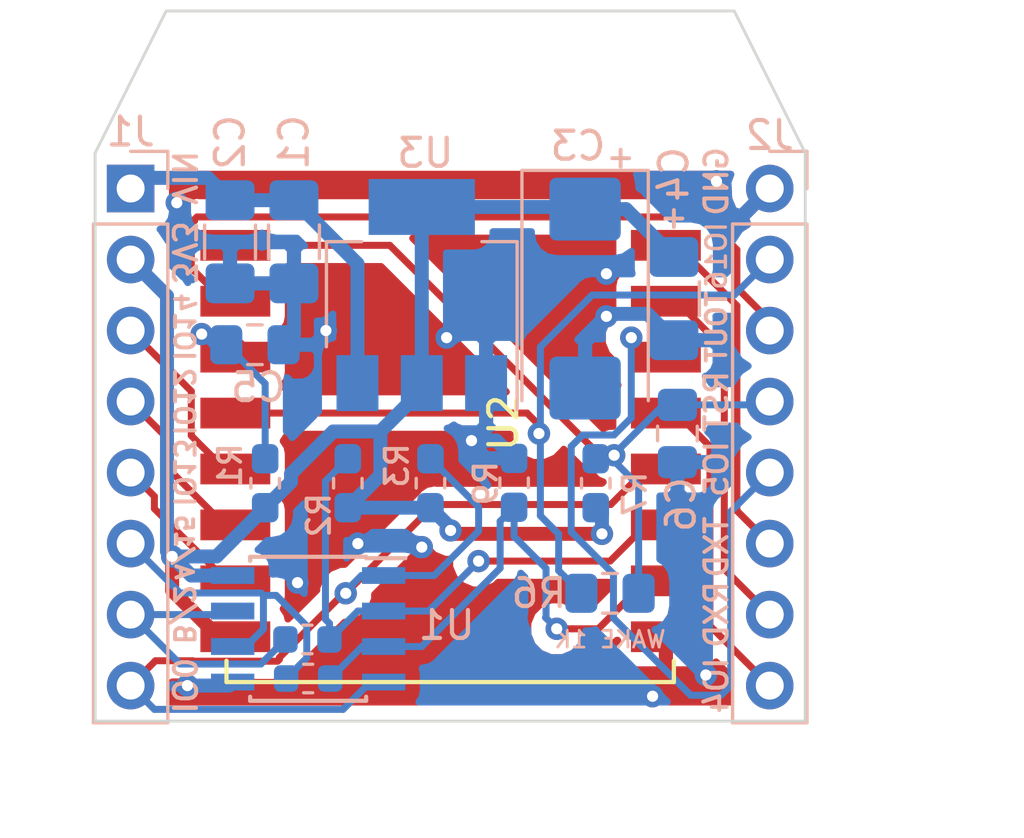
<source format=kicad_pcb>
(kicad_pcb (version 20171130) (host pcbnew 5.0.0)

  (general
    (thickness 1.6)
    (drawings 27)
    (tracks 220)
    (zones 0)
    (modules 19)
    (nets 20)
  )

  (page A4)
  (layers
    (0 F.Cu signal)
    (31 B.Cu signal)
    (32 B.Adhes user)
    (33 F.Adhes user)
    (34 B.Paste user)
    (35 F.Paste user)
    (36 B.SilkS user)
    (37 F.SilkS user)
    (38 B.Mask user)
    (39 F.Mask user)
    (40 Dwgs.User user)
    (41 Cmts.User user)
    (42 Eco1.User user)
    (43 Eco2.User user)
    (44 Edge.Cuts user)
    (45 Margin user)
    (46 B.CrtYd user)
    (47 F.CrtYd user)
    (48 B.Fab user)
    (49 F.Fab user)
  )

  (setup
    (last_trace_width 0.25)
    (trace_clearance 0.2)
    (zone_clearance 0.508)
    (zone_45_only no)
    (trace_min 0.2)
    (segment_width 0.2)
    (edge_width 0.1)
    (via_size 0.8)
    (via_drill 0.4)
    (via_min_size 0.8)
    (via_min_drill 0.3)
    (uvia_size 0.3)
    (uvia_drill 0.1)
    (uvias_allowed no)
    (uvia_min_size 0.2)
    (uvia_min_drill 0.1)
    (pcb_text_width 0.3)
    (pcb_text_size 1.5 1.5)
    (mod_edge_width 0.15)
    (mod_text_size 1 1)
    (mod_text_width 0.15)
    (pad_size 1.7 1.7)
    (pad_drill 1)
    (pad_to_mask_clearance 0)
    (aux_axis_origin 0 0)
    (visible_elements FFFFFF7F)
    (pcbplotparams
      (layerselection 0x010f0_ffffffff)
      (usegerberextensions true)
      (usegerberattributes false)
      (usegerberadvancedattributes false)
      (creategerberjobfile false)
      (excludeedgelayer true)
      (linewidth 0.100000)
      (plotframeref false)
      (viasonmask false)
      (mode 1)
      (useauxorigin false)
      (hpglpennumber 1)
      (hpglpenspeed 20)
      (hpglpendiameter 15.000000)
      (psnegative false)
      (psa4output false)
      (plotreference true)
      (plotvalue false)
      (plotinvisibletext false)
      (padsonsilk false)
      (subtractmaskfromsilk true)
      (outputformat 1)
      (mirror false)
      (drillshape 0)
      (scaleselection 1)
      (outputdirectory ""))
  )

  (net 0 "")
  (net 1 GND)
  (net 2 +3V3)
  (net 3 VCC)
  (net 4 EN)
  (net 5 RST)
  (net 6 IO0)
  (net 7 B)
  (net 8 A)
  (net 9 IO13)
  (net 10 IO12)
  (net 11 IO14)
  (net 12 IO16)
  (net 13 TOUT)
  (net 14 IO5)
  (net 15 TXD)
  (net 16 RXD)
  (net 17 IO4)
  (net 18 IO2)
  (net 19 IO15)

  (net_class Default "これはデフォルトのネット クラスです。"
    (clearance 0.2)
    (trace_width 0.25)
    (via_dia 0.8)
    (via_drill 0.4)
    (uvia_dia 0.3)
    (uvia_drill 0.1)
    (add_net A)
    (add_net B)
    (add_net EN)
    (add_net IO0)
    (add_net IO12)
    (add_net IO13)
    (add_net IO14)
    (add_net IO15)
    (add_net IO16)
    (add_net IO2)
    (add_net IO4)
    (add_net IO5)
    (add_net RST)
    (add_net RXD)
    (add_net TOUT)
    (add_net TXD)
  )

  (net_class Power ""
    (clearance 0.2)
    (trace_width 0.5)
    (via_dia 0.8)
    (via_drill 0.4)
    (uvia_dia 0.3)
    (uvia_drill 0.1)
    (add_net +3V3)
    (add_net GND)
    (add_net VCC)
  )

  (module Package_SO:SOIC-8_3.9x4.9mm_P1.27mm (layer B.Cu) (tedit 5A02F2D3) (tstamp 5B97DB32)
    (at 135.89 112.268 180)
    (descr "8-Lead Plastic Small Outline (SN) - Narrow, 3.90 mm Body [SOIC] (see Microchip Packaging Specification 00000049BS.pdf)")
    (tags "SOIC 1.27")
    (path /5B923B04)
    (attr smd)
    (fp_text reference U1 (at -4.953 0.127 180) (layer B.SilkS)
      (effects (font (size 1 1) (thickness 0.15)) (justify mirror))
    )
    (fp_text value MAX3485 (at 0 -3.5 180) (layer B.Fab)
      (effects (font (size 1 1) (thickness 0.15)) (justify mirror))
    )
    (fp_text user %R (at 0 0 180) (layer B.Fab)
      (effects (font (size 1 1) (thickness 0.15)) (justify mirror))
    )
    (fp_line (start -0.95 2.45) (end 1.95 2.45) (layer B.Fab) (width 0.1))
    (fp_line (start 1.95 2.45) (end 1.95 -2.45) (layer B.Fab) (width 0.1))
    (fp_line (start 1.95 -2.45) (end -1.95 -2.45) (layer B.Fab) (width 0.1))
    (fp_line (start -1.95 -2.45) (end -1.95 1.45) (layer B.Fab) (width 0.1))
    (fp_line (start -1.95 1.45) (end -0.95 2.45) (layer B.Fab) (width 0.1))
    (fp_line (start -3.73 2.7) (end -3.73 -2.7) (layer B.CrtYd) (width 0.05))
    (fp_line (start 3.73 2.7) (end 3.73 -2.7) (layer B.CrtYd) (width 0.05))
    (fp_line (start -3.73 2.7) (end 3.73 2.7) (layer B.CrtYd) (width 0.05))
    (fp_line (start -3.73 -2.7) (end 3.73 -2.7) (layer B.CrtYd) (width 0.05))
    (fp_line (start -2.075 2.575) (end -2.075 2.525) (layer B.SilkS) (width 0.15))
    (fp_line (start 2.075 2.575) (end 2.075 2.43) (layer B.SilkS) (width 0.15))
    (fp_line (start 2.075 -2.575) (end 2.075 -2.43) (layer B.SilkS) (width 0.15))
    (fp_line (start -2.075 -2.575) (end -2.075 -2.43) (layer B.SilkS) (width 0.15))
    (fp_line (start -2.075 2.575) (end 2.075 2.575) (layer B.SilkS) (width 0.15))
    (fp_line (start -2.075 -2.575) (end 2.075 -2.575) (layer B.SilkS) (width 0.15))
    (fp_line (start -2.075 2.525) (end -3.475 2.525) (layer B.SilkS) (width 0.15))
    (pad 1 smd rect (at -2.7 1.905 180) (size 1.55 0.6) (layers B.Cu B.Paste B.Mask)
      (net 6 IO0))
    (pad 2 smd rect (at -2.7 0.635 180) (size 1.55 0.6) (layers B.Cu B.Paste B.Mask)
      (net 18 IO2))
    (pad 3 smd rect (at -2.7 -0.635 180) (size 1.55 0.6) (layers B.Cu B.Paste B.Mask)
      (net 19 IO15))
    (pad 4 smd rect (at -2.7 -1.905 180) (size 1.55 0.6) (layers B.Cu B.Paste B.Mask)
      (net 6 IO0))
    (pad 5 smd rect (at 2.7 -1.905 180) (size 1.55 0.6) (layers B.Cu B.Paste B.Mask)
      (net 1 GND))
    (pad 6 smd rect (at 2.7 -0.635 180) (size 1.55 0.6) (layers B.Cu B.Paste B.Mask)
      (net 8 A))
    (pad 7 smd rect (at 2.7 0.635 180) (size 1.55 0.6) (layers B.Cu B.Paste B.Mask)
      (net 7 B))
    (pad 8 smd rect (at 2.7 1.905 180) (size 1.55 0.6) (layers B.Cu B.Paste B.Mask)
      (net 2 +3V3))
    (model ${KISYS3DMOD}/Package_SO.3dshapes/SOIC-8_3.9x4.9mm_P1.27mm.wrl
      (at (xyz 0 0 0))
      (scale (xyz 1 1 1))
      (rotate (xyz 0 0 0))
    )
  )

  (module Capacitor_SMD:C_1206_3216Metric_Pad1.42x1.75mm_HandSolder (layer B.Cu) (tedit 5B301BBE) (tstamp 5B9F2169)
    (at 135.382 98.425 270)
    (descr "Capacitor SMD 1206 (3216 Metric), square (rectangular) end terminal, IPC_7351 nominal with elongated pad for handsoldering. (Body size source: http://www.tortai-tech.com/upload/download/2011102023233369053.pdf), generated with kicad-footprint-generator")
    (tags "capacitor handsolder")
    (path /5BA86A4D)
    (attr smd)
    (fp_text reference C1 (at -3.556 0 270) (layer B.SilkS)
      (effects (font (size 1 1) (thickness 0.15)) (justify mirror))
    )
    (fp_text value C (at 0 -1.82 270) (layer B.Fab)
      (effects (font (size 1 1) (thickness 0.15)) (justify mirror))
    )
    (fp_line (start -1.6 -0.8) (end -1.6 0.8) (layer B.Fab) (width 0.1))
    (fp_line (start -1.6 0.8) (end 1.6 0.8) (layer B.Fab) (width 0.1))
    (fp_line (start 1.6 0.8) (end 1.6 -0.8) (layer B.Fab) (width 0.1))
    (fp_line (start 1.6 -0.8) (end -1.6 -0.8) (layer B.Fab) (width 0.1))
    (fp_line (start -0.602064 0.91) (end 0.602064 0.91) (layer B.SilkS) (width 0.12))
    (fp_line (start -0.602064 -0.91) (end 0.602064 -0.91) (layer B.SilkS) (width 0.12))
    (fp_line (start -2.45 -1.12) (end -2.45 1.12) (layer B.CrtYd) (width 0.05))
    (fp_line (start -2.45 1.12) (end 2.45 1.12) (layer B.CrtYd) (width 0.05))
    (fp_line (start 2.45 1.12) (end 2.45 -1.12) (layer B.CrtYd) (width 0.05))
    (fp_line (start 2.45 -1.12) (end -2.45 -1.12) (layer B.CrtYd) (width 0.05))
    (fp_text user %R (at 0 0 270) (layer B.Fab)
      (effects (font (size 0.8 0.8) (thickness 0.12)) (justify mirror))
    )
    (pad 1 smd roundrect (at -1.4875 0 270) (size 1.425 1.75) (layers B.Cu B.Paste B.Mask) (roundrect_rratio 0.175439)
      (net 3 VCC))
    (pad 2 smd roundrect (at 1.4875 0 270) (size 1.425 1.75) (layers B.Cu B.Paste B.Mask) (roundrect_rratio 0.175439)
      (net 1 GND))
    (model ${KISYS3DMOD}/Capacitor_SMD.3dshapes/C_1206_3216Metric.wrl
      (at (xyz 0 0 0))
      (scale (xyz 1 1 1))
      (rotate (xyz 0 0 0))
    )
  )

  (module Capacitor_SMD:C_1206_3216Metric_Pad1.42x1.75mm_HandSolder (layer B.Cu) (tedit 5B301BBE) (tstamp 5B9F217A)
    (at 133.096 98.425 270)
    (descr "Capacitor SMD 1206 (3216 Metric), square (rectangular) end terminal, IPC_7351 nominal with elongated pad for handsoldering. (Body size source: http://www.tortai-tech.com/upload/download/2011102023233369053.pdf), generated with kicad-footprint-generator")
    (tags "capacitor handsolder")
    (path /5BA86B48)
    (attr smd)
    (fp_text reference C2 (at -3.556 0 270) (layer B.SilkS)
      (effects (font (size 1 1) (thickness 0.15)) (justify mirror))
    )
    (fp_text value C (at 0 -1.82 270) (layer B.Fab)
      (effects (font (size 1 1) (thickness 0.15)) (justify mirror))
    )
    (fp_text user %R (at 0 0 270) (layer B.Fab)
      (effects (font (size 0.8 0.8) (thickness 0.12)) (justify mirror))
    )
    (fp_line (start 2.45 -1.12) (end -2.45 -1.12) (layer B.CrtYd) (width 0.05))
    (fp_line (start 2.45 1.12) (end 2.45 -1.12) (layer B.CrtYd) (width 0.05))
    (fp_line (start -2.45 1.12) (end 2.45 1.12) (layer B.CrtYd) (width 0.05))
    (fp_line (start -2.45 -1.12) (end -2.45 1.12) (layer B.CrtYd) (width 0.05))
    (fp_line (start -0.602064 -0.91) (end 0.602064 -0.91) (layer B.SilkS) (width 0.12))
    (fp_line (start -0.602064 0.91) (end 0.602064 0.91) (layer B.SilkS) (width 0.12))
    (fp_line (start 1.6 -0.8) (end -1.6 -0.8) (layer B.Fab) (width 0.1))
    (fp_line (start 1.6 0.8) (end 1.6 -0.8) (layer B.Fab) (width 0.1))
    (fp_line (start -1.6 0.8) (end 1.6 0.8) (layer B.Fab) (width 0.1))
    (fp_line (start -1.6 -0.8) (end -1.6 0.8) (layer B.Fab) (width 0.1))
    (pad 2 smd roundrect (at 1.4875 0 270) (size 1.425 1.75) (layers B.Cu B.Paste B.Mask) (roundrect_rratio 0.175439)
      (net 1 GND))
    (pad 1 smd roundrect (at -1.4875 0 270) (size 1.425 1.75) (layers B.Cu B.Paste B.Mask) (roundrect_rratio 0.175439)
      (net 3 VCC))
    (model ${KISYS3DMOD}/Capacitor_SMD.3dshapes/C_1206_3216Metric.wrl
      (at (xyz 0 0 0))
      (scale (xyz 1 1 1))
      (rotate (xyz 0 0 0))
    )
  )

  (module Capacitor_SMD:C_1206_3216Metric_Pad1.42x1.75mm_HandSolder (layer B.Cu) (tedit 5B301BBE) (tstamp 5B9F219C)
    (at 148.971 100.457 270)
    (descr "Capacitor SMD 1206 (3216 Metric), square (rectangular) end terminal, IPC_7351 nominal with elongated pad for handsoldering. (Body size source: http://www.tortai-tech.com/upload/download/2011102023233369053.pdf), generated with kicad-footprint-generator")
    (tags "capacitor handsolder")
    (path /5BA86D43)
    (attr smd)
    (fp_text reference C4 (at -4.445 0 270) (layer B.SilkS)
      (effects (font (size 1 1) (thickness 0.15)) (justify mirror))
    )
    (fp_text value C (at 0 -1.82 270) (layer B.Fab)
      (effects (font (size 1 1) (thickness 0.15)) (justify mirror))
    )
    (fp_text user %R (at 0 0 270) (layer B.Fab)
      (effects (font (size 0.8 0.8) (thickness 0.12)) (justify mirror))
    )
    (fp_line (start 2.45 -1.12) (end -2.45 -1.12) (layer B.CrtYd) (width 0.05))
    (fp_line (start 2.45 1.12) (end 2.45 -1.12) (layer B.CrtYd) (width 0.05))
    (fp_line (start -2.45 1.12) (end 2.45 1.12) (layer B.CrtYd) (width 0.05))
    (fp_line (start -2.45 -1.12) (end -2.45 1.12) (layer B.CrtYd) (width 0.05))
    (fp_line (start -0.602064 -0.91) (end 0.602064 -0.91) (layer B.SilkS) (width 0.12))
    (fp_line (start -0.602064 0.91) (end 0.602064 0.91) (layer B.SilkS) (width 0.12))
    (fp_line (start 1.6 -0.8) (end -1.6 -0.8) (layer B.Fab) (width 0.1))
    (fp_line (start 1.6 0.8) (end 1.6 -0.8) (layer B.Fab) (width 0.1))
    (fp_line (start -1.6 0.8) (end 1.6 0.8) (layer B.Fab) (width 0.1))
    (fp_line (start -1.6 -0.8) (end -1.6 0.8) (layer B.Fab) (width 0.1))
    (pad 2 smd roundrect (at 1.4875 0 270) (size 1.425 1.75) (layers B.Cu B.Paste B.Mask) (roundrect_rratio 0.175439)
      (net 1 GND))
    (pad 1 smd roundrect (at -1.4875 0 270) (size 1.425 1.75) (layers B.Cu B.Paste B.Mask) (roundrect_rratio 0.175439)
      (net 2 +3V3))
    (model ${KISYS3DMOD}/Capacitor_SMD.3dshapes/C_1206_3216Metric.wrl
      (at (xyz 0 0 0))
      (scale (xyz 1 1 1))
      (rotate (xyz 0 0 0))
    )
  )

  (module Package_TO_SOT_SMD:SOT-223-3_TabPin2 (layer B.Cu) (tedit 5A02FF57) (tstamp 5B9F21B2)
    (at 139.954 100.33 90)
    (descr "module CMS SOT223 4 pins")
    (tags "CMS SOT")
    (path /5BA6808A)
    (attr smd)
    (fp_text reference U3 (at 5.08 0.127) (layer B.SilkS)
      (effects (font (size 1 1) (thickness 0.15)) (justify mirror))
    )
    (fp_text value AMS1117-3.3 (at 0 -4.5 90) (layer B.Fab)
      (effects (font (size 1 1) (thickness 0.15)) (justify mirror))
    )
    (fp_text user %R (at -1.27 -0.381) (layer B.Fab)
      (effects (font (size 0.8 0.8) (thickness 0.12)) (justify mirror))
    )
    (fp_line (start 1.91 -3.41) (end 1.91 -2.15) (layer B.SilkS) (width 0.12))
    (fp_line (start 1.91 3.41) (end 1.91 2.15) (layer B.SilkS) (width 0.12))
    (fp_line (start 4.4 3.6) (end -4.4 3.6) (layer B.CrtYd) (width 0.05))
    (fp_line (start 4.4 -3.6) (end 4.4 3.6) (layer B.CrtYd) (width 0.05))
    (fp_line (start -4.4 -3.6) (end 4.4 -3.6) (layer B.CrtYd) (width 0.05))
    (fp_line (start -4.4 3.6) (end -4.4 -3.6) (layer B.CrtYd) (width 0.05))
    (fp_line (start -1.85 2.35) (end -0.85 3.35) (layer B.Fab) (width 0.1))
    (fp_line (start -1.85 2.35) (end -1.85 -3.35) (layer B.Fab) (width 0.1))
    (fp_line (start -1.85 -3.41) (end 1.91 -3.41) (layer B.SilkS) (width 0.12))
    (fp_line (start -0.85 3.35) (end 1.85 3.35) (layer B.Fab) (width 0.1))
    (fp_line (start -4.1 3.41) (end 1.91 3.41) (layer B.SilkS) (width 0.12))
    (fp_line (start -1.85 -3.35) (end 1.85 -3.35) (layer B.Fab) (width 0.1))
    (fp_line (start 1.85 3.35) (end 1.85 -3.35) (layer B.Fab) (width 0.1))
    (pad 2 smd rect (at 3.15 0 90) (size 2 3.8) (layers B.Cu B.Paste B.Mask)
      (net 2 +3V3))
    (pad 2 smd rect (at -3.15 0 90) (size 2 1.5) (layers B.Cu B.Paste B.Mask)
      (net 2 +3V3))
    (pad 3 smd rect (at -3.15 -2.3 90) (size 2 1.5) (layers B.Cu B.Paste B.Mask)
      (net 3 VCC))
    (pad 1 smd rect (at -3.15 2.3 90) (size 2 1.5) (layers B.Cu B.Paste B.Mask)
      (net 1 GND))
    (model ${KISYS3DMOD}/Package_TO_SOT_SMD.3dshapes/SOT-223.wrl
      (at (xyz 0 0 0))
      (scale (xyz 1 1 1))
      (rotate (xyz 0 0 0))
    )
  )

  (module Connector_PinHeader_2.54mm:PinHeader_1x08_P2.54mm_Vertical (layer B.Cu) (tedit 59FED5CC) (tstamp 5B9E322A)
    (at 129.54 96.52 180)
    (descr "Through hole straight pin header, 1x08, 2.54mm pitch, single row")
    (tags "Through hole pin header THT 1x08 2.54mm single row")
    (path /5B94B3AE)
    (fp_text reference J1 (at 0 2.032 180) (layer B.SilkS)
      (effects (font (size 1 1) (thickness 0.15)) (justify mirror))
    )
    (fp_text value Conn_01x08 (at 0 -20.11 180) (layer B.Fab)
      (effects (font (size 1 1) (thickness 0.15)) (justify mirror))
    )
    (fp_text user %R (at 0 -8.89 90) (layer B.Fab)
      (effects (font (size 1 1) (thickness 0.15)) (justify mirror))
    )
    (fp_line (start 1.8 1.8) (end -1.8 1.8) (layer B.CrtYd) (width 0.05))
    (fp_line (start 1.8 -19.55) (end 1.8 1.8) (layer B.CrtYd) (width 0.05))
    (fp_line (start -1.8 -19.55) (end 1.8 -19.55) (layer B.CrtYd) (width 0.05))
    (fp_line (start -1.8 1.8) (end -1.8 -19.55) (layer B.CrtYd) (width 0.05))
    (fp_line (start -1.33 1.33) (end 0 1.33) (layer B.SilkS) (width 0.12))
    (fp_line (start -1.33 0) (end -1.33 1.33) (layer B.SilkS) (width 0.12))
    (fp_line (start -1.33 -1.27) (end 1.33 -1.27) (layer B.SilkS) (width 0.12))
    (fp_line (start 1.33 -1.27) (end 1.33 -19.11) (layer B.SilkS) (width 0.12))
    (fp_line (start -1.33 -1.27) (end -1.33 -19.11) (layer B.SilkS) (width 0.12))
    (fp_line (start -1.33 -19.11) (end 1.33 -19.11) (layer B.SilkS) (width 0.12))
    (fp_line (start -1.27 0.635) (end -0.635 1.27) (layer B.Fab) (width 0.1))
    (fp_line (start -1.27 -19.05) (end -1.27 0.635) (layer B.Fab) (width 0.1))
    (fp_line (start 1.27 -19.05) (end -1.27 -19.05) (layer B.Fab) (width 0.1))
    (fp_line (start 1.27 1.27) (end 1.27 -19.05) (layer B.Fab) (width 0.1))
    (fp_line (start -0.635 1.27) (end 1.27 1.27) (layer B.Fab) (width 0.1))
    (pad 8 thru_hole oval (at 0 -17.78 180) (size 1.7 1.7) (drill 1) (layers *.Cu *.Mask)
      (net 6 IO0))
    (pad 7 thru_hole oval (at 0 -15.24 180) (size 1.7 1.7) (drill 1) (layers *.Cu *.Mask)
      (net 7 B))
    (pad 6 thru_hole oval (at 0 -12.7 180) (size 1.7 1.7) (drill 1) (layers *.Cu *.Mask)
      (net 8 A))
    (pad 5 thru_hole oval (at 0 -10.16 180) (size 1.7 1.7) (drill 1) (layers *.Cu *.Mask)
      (net 9 IO13))
    (pad 4 thru_hole oval (at 0 -7.62 180) (size 1.7 1.7) (drill 1) (layers *.Cu *.Mask)
      (net 10 IO12))
    (pad 3 thru_hole oval (at 0 -5.08 180) (size 1.7 1.7) (drill 1) (layers *.Cu *.Mask)
      (net 11 IO14))
    (pad 2 thru_hole oval (at 0 -2.54 180) (size 1.7 1.7) (drill 1) (layers *.Cu *.Mask)
      (net 2 +3V3))
    (pad 1 thru_hole rect (at 0 0 180) (size 1.7 1.7) (drill 1) (layers *.Cu *.Mask)
      (net 3 VCC))
    (model ${KISYS3DMOD}/Connector_PinHeader_2.54mm.3dshapes/PinHeader_1x08_P2.54mm_Vertical.wrl
      (at (xyz 0 0 0))
      (scale (xyz 1 1 1))
      (rotate (xyz 0 0 0))
    )
  )

  (module Connector_PinHeader_2.54mm:PinHeader_1x08_P2.54mm_Vertical (layer B.Cu) (tedit 5B9D5743) (tstamp 5B9E3245)
    (at 152.4 96.52 180)
    (descr "Through hole straight pin header, 1x08, 2.54mm pitch, single row")
    (tags "Through hole pin header THT 1x08 2.54mm single row")
    (path /5B94E662)
    (fp_text reference J2 (at 0 1.905 180) (layer B.SilkS)
      (effects (font (size 1 1) (thickness 0.15)) (justify mirror))
    )
    (fp_text value Conn_01x08 (at 0 -20.11 180) (layer B.Fab)
      (effects (font (size 1 1) (thickness 0.15)) (justify mirror))
    )
    (fp_line (start -0.635 1.27) (end 1.27 1.27) (layer B.Fab) (width 0.1))
    (fp_line (start 1.27 1.27) (end 1.27 -19.05) (layer B.Fab) (width 0.1))
    (fp_line (start 1.27 -19.05) (end -1.27 -19.05) (layer B.Fab) (width 0.1))
    (fp_line (start -1.27 -19.05) (end -1.27 0.635) (layer B.Fab) (width 0.1))
    (fp_line (start -1.27 0.635) (end -0.635 1.27) (layer B.Fab) (width 0.1))
    (fp_line (start -1.33 -19.11) (end 1.33 -19.11) (layer B.SilkS) (width 0.12))
    (fp_line (start -1.33 -1.27) (end -1.33 -19.11) (layer B.SilkS) (width 0.12))
    (fp_line (start 1.33 -1.27) (end 1.33 -19.11) (layer B.SilkS) (width 0.12))
    (fp_line (start -1.33 -1.27) (end 1.33 -1.27) (layer B.SilkS) (width 0.12))
    (fp_line (start -1.33 0) (end -1.33 1.33) (layer B.SilkS) (width 0.12))
    (fp_line (start -1.33 1.33) (end 0 1.33) (layer B.SilkS) (width 0.12))
    (fp_line (start -1.8 1.8) (end -1.8 -19.55) (layer B.CrtYd) (width 0.05))
    (fp_line (start -1.8 -19.55) (end 1.8 -19.55) (layer B.CrtYd) (width 0.05))
    (fp_line (start 1.8 -19.55) (end 1.8 1.8) (layer B.CrtYd) (width 0.05))
    (fp_line (start 1.8 1.8) (end -1.8 1.8) (layer B.CrtYd) (width 0.05))
    (fp_text user %R (at 0 -8.89 90) (layer B.Fab)
      (effects (font (size 1 1) (thickness 0.15)) (justify mirror))
    )
    (pad 1 thru_hole circle (at 0 0 180) (size 1.7 1.7) (drill 1) (layers *.Cu *.Mask)
      (net 1 GND))
    (pad 2 thru_hole oval (at 0 -2.54 180) (size 1.7 1.7) (drill 1) (layers *.Cu *.Mask)
      (net 12 IO16))
    (pad 3 thru_hole oval (at 0 -5.08 180) (size 1.7 1.7) (drill 1) (layers *.Cu *.Mask)
      (net 13 TOUT))
    (pad 4 thru_hole oval (at 0 -7.62 180) (size 1.7 1.7) (drill 1) (layers *.Cu *.Mask)
      (net 5 RST))
    (pad 5 thru_hole oval (at 0 -10.16 180) (size 1.7 1.7) (drill 1) (layers *.Cu *.Mask)
      (net 14 IO5))
    (pad 6 thru_hole oval (at 0 -12.7 180) (size 1.7 1.7) (drill 1) (layers *.Cu *.Mask)
      (net 15 TXD))
    (pad 7 thru_hole oval (at 0 -15.24 180) (size 1.7 1.7) (drill 1) (layers *.Cu *.Mask)
      (net 16 RXD))
    (pad 8 thru_hole oval (at 0 -17.78 180) (size 1.7 1.7) (drill 1) (layers *.Cu *.Mask)
      (net 17 IO4))
    (model ${KISYS3DMOD}/Connector_PinHeader_2.54mm.3dshapes/PinHeader_1x08_P2.54mm_Vertical.wrl
      (at (xyz 0 0 0))
      (scale (xyz 1 1 1))
      (rotate (xyz 0 0 0))
    )
  )

  (module Resistor_SMD:R_0603_1608Metric_Pad1.05x0.95mm_HandSolder (layer B.Cu) (tedit 5BD999C3) (tstamp 5BA2C99E)
    (at 134.352 107.061 90)
    (descr "Resistor SMD 0603 (1608 Metric), square (rectangular) end terminal, IPC_7351 nominal with elongated pad for handsoldering. (Body size source: http://www.tortai-tech.com/upload/download/2011102023233369053.pdf), generated with kicad-footprint-generator")
    (tags "resistor handsolder")
    (path /5B923C52)
    (attr smd)
    (fp_text reference R1 (at 0.635 -1.256 90) (layer B.SilkS)
      (effects (font (size 0.8 0.8) (thickness 0.14)) (justify mirror))
    )
    (fp_text value 10K (at 0 -1.43 90) (layer B.Fab)
      (effects (font (size 1 1) (thickness 0.15)) (justify mirror))
    )
    (fp_line (start -0.8 -0.4) (end -0.8 0.4) (layer B.Fab) (width 0.1))
    (fp_line (start -0.8 0.4) (end 0.8 0.4) (layer B.Fab) (width 0.1))
    (fp_line (start 0.8 0.4) (end 0.8 -0.4) (layer B.Fab) (width 0.1))
    (fp_line (start 0.8 -0.4) (end -0.8 -0.4) (layer B.Fab) (width 0.1))
    (fp_line (start -0.171267 0.51) (end 0.171267 0.51) (layer B.SilkS) (width 0.12))
    (fp_line (start -0.171267 -0.51) (end 0.171267 -0.51) (layer B.SilkS) (width 0.12))
    (fp_line (start -1.65 -0.73) (end -1.65 0.73) (layer B.CrtYd) (width 0.05))
    (fp_line (start -1.65 0.73) (end 1.65 0.73) (layer B.CrtYd) (width 0.05))
    (fp_line (start 1.65 0.73) (end 1.65 -0.73) (layer B.CrtYd) (width 0.05))
    (fp_line (start 1.65 -0.73) (end -1.65 -0.73) (layer B.CrtYd) (width 0.05))
    (fp_text user %R (at 0 0 90) (layer B.Fab)
      (effects (font (size 0.4 0.4) (thickness 0.06)) (justify mirror))
    )
    (pad 1 smd roundrect (at -0.875 0 90) (size 1.05 0.95) (layers B.Cu B.Paste B.Mask) (roundrect_rratio 0.25)
      (net 2 +3V3))
    (pad 2 smd roundrect (at 0.875 0 90) (size 1.05 0.95) (layers B.Cu B.Paste B.Mask) (roundrect_rratio 0.25)
      (net 4 EN))
    (model ${KISYS3DMOD}/Resistor_SMD.3dshapes/R_0603_1608Metric.wrl
      (at (xyz 0 0 0))
      (scale (xyz 1 1 1))
      (rotate (xyz 0 0 0))
    )
  )

  (module Resistor_SMD:R_0603_1608Metric_Pad1.05x0.95mm_HandSolder (layer B.Cu) (tedit 5BA2D99C) (tstamp 5BA2C9AE)
    (at 137.30825 107.061 90)
    (descr "Resistor SMD 0603 (1608 Metric), square (rectangular) end terminal, IPC_7351 nominal with elongated pad for handsoldering. (Body size source: http://www.tortai-tech.com/upload/download/2011102023233369053.pdf), generated with kicad-footprint-generator")
    (tags "resistor handsolder")
    (path /5B923CFF)
    (attr smd)
    (fp_text reference R2 (at -1.143 -1.03725 90) (layer B.SilkS)
      (effects (font (size 0.8 0.8) (thickness 0.14)) (justify mirror))
    )
    (fp_text value 10K (at 0 -1.43 90) (layer B.Fab)
      (effects (font (size 1 1) (thickness 0.15)) (justify mirror))
    )
    (fp_text user %R (at 0 0 90) (layer B.Fab)
      (effects (font (size 0.4 0.4) (thickness 0.06)) (justify mirror))
    )
    (fp_line (start 1.65 -0.73) (end -1.65 -0.73) (layer B.CrtYd) (width 0.05))
    (fp_line (start 1.65 0.73) (end 1.65 -0.73) (layer B.CrtYd) (width 0.05))
    (fp_line (start -1.65 0.73) (end 1.65 0.73) (layer B.CrtYd) (width 0.05))
    (fp_line (start -1.65 -0.73) (end -1.65 0.73) (layer B.CrtYd) (width 0.05))
    (fp_line (start -0.171267 -0.51) (end 0.171267 -0.51) (layer B.SilkS) (width 0.12))
    (fp_line (start -0.171267 0.51) (end 0.171267 0.51) (layer B.SilkS) (width 0.12))
    (fp_line (start 0.8 -0.4) (end -0.8 -0.4) (layer B.Fab) (width 0.1))
    (fp_line (start 0.8 0.4) (end 0.8 -0.4) (layer B.Fab) (width 0.1))
    (fp_line (start -0.8 0.4) (end 0.8 0.4) (layer B.Fab) (width 0.1))
    (fp_line (start -0.8 -0.4) (end -0.8 0.4) (layer B.Fab) (width 0.1))
    (pad 2 smd roundrect (at 0.875 0 90) (size 1.05 0.95) (layers B.Cu B.Paste B.Mask) (roundrect_rratio 0.25)
      (net 18 IO2))
    (pad 1 smd roundrect (at -0.875 0 90) (size 1.05 0.95) (layers B.Cu B.Paste B.Mask) (roundrect_rratio 0.25)
      (net 2 +3V3))
    (model ${KISYS3DMOD}/Resistor_SMD.3dshapes/R_0603_1608Metric.wrl
      (at (xyz 0 0 0))
      (scale (xyz 1 1 1))
      (rotate (xyz 0 0 0))
    )
  )

  (module Resistor_SMD:R_0603_1608Metric_Pad1.05x0.95mm_HandSolder (layer B.Cu) (tedit 5BA2D9A1) (tstamp 5BA2C9BE)
    (at 140.2645 107.061 90)
    (descr "Resistor SMD 0603 (1608 Metric), square (rectangular) end terminal, IPC_7351 nominal with elongated pad for handsoldering. (Body size source: http://www.tortai-tech.com/upload/download/2011102023233369053.pdf), generated with kicad-footprint-generator")
    (tags "resistor handsolder")
    (path /5B923D91)
    (attr smd)
    (fp_text reference R3 (at 0.635 -1.1995 90) (layer B.SilkS)
      (effects (font (size 0.8 0.8) (thickness 0.14)) (justify mirror))
    )
    (fp_text value 10K (at 0 -1.43 90) (layer B.Fab)
      (effects (font (size 1 1) (thickness 0.15)) (justify mirror))
    )
    (fp_line (start -0.8 -0.4) (end -0.8 0.4) (layer B.Fab) (width 0.1))
    (fp_line (start -0.8 0.4) (end 0.8 0.4) (layer B.Fab) (width 0.1))
    (fp_line (start 0.8 0.4) (end 0.8 -0.4) (layer B.Fab) (width 0.1))
    (fp_line (start 0.8 -0.4) (end -0.8 -0.4) (layer B.Fab) (width 0.1))
    (fp_line (start -0.171267 0.51) (end 0.171267 0.51) (layer B.SilkS) (width 0.12))
    (fp_line (start -0.171267 -0.51) (end 0.171267 -0.51) (layer B.SilkS) (width 0.12))
    (fp_line (start -1.65 -0.73) (end -1.65 0.73) (layer B.CrtYd) (width 0.05))
    (fp_line (start -1.65 0.73) (end 1.65 0.73) (layer B.CrtYd) (width 0.05))
    (fp_line (start 1.65 0.73) (end 1.65 -0.73) (layer B.CrtYd) (width 0.05))
    (fp_line (start 1.65 -0.73) (end -1.65 -0.73) (layer B.CrtYd) (width 0.05))
    (fp_text user %R (at 0 0 90) (layer B.Fab)
      (effects (font (size 0.4 0.4) (thickness 0.06)) (justify mirror))
    )
    (pad 1 smd roundrect (at -0.875 0 90) (size 1.05 0.95) (layers B.Cu B.Paste B.Mask) (roundrect_rratio 0.25)
      (net 2 +3V3))
    (pad 2 smd roundrect (at 0.875 0 90) (size 1.05 0.95) (layers B.Cu B.Paste B.Mask) (roundrect_rratio 0.25)
      (net 6 IO0))
    (model ${KISYS3DMOD}/Resistor_SMD.3dshapes/R_0603_1608Metric.wrl
      (at (xyz 0 0 0))
      (scale (xyz 1 1 1))
      (rotate (xyz 0 0 0))
    )
  )

  (module Resistor_SMD:R_0603_1608Metric_Pad1.05x0.95mm_HandSolder (layer B.Cu) (tedit 5BA2D98A) (tstamp 5BA2C9CE)
    (at 146.177 107.061 90)
    (descr "Resistor SMD 0603 (1608 Metric), square (rectangular) end terminal, IPC_7351 nominal with elongated pad for handsoldering. (Body size source: http://www.tortai-tech.com/upload/download/2011102023233369053.pdf), generated with kicad-footprint-generator")
    (tags "resistor handsolder")
    (path /5B924085)
    (attr smd)
    (fp_text reference R7 (at -0.381 1.397 90) (layer B.SilkS)
      (effects (font (size 0.8 0.8) (thickness 0.14)) (justify mirror))
    )
    (fp_text value 10K (at 0 -1.43 90) (layer B.Fab)
      (effects (font (size 1 1) (thickness 0.15)) (justify mirror))
    )
    (fp_text user %R (at 0 0 -90) (layer B.Fab)
      (effects (font (size 0.4 0.4) (thickness 0.06)) (justify mirror))
    )
    (fp_line (start 1.65 -0.73) (end -1.65 -0.73) (layer B.CrtYd) (width 0.05))
    (fp_line (start 1.65 0.73) (end 1.65 -0.73) (layer B.CrtYd) (width 0.05))
    (fp_line (start -1.65 0.73) (end 1.65 0.73) (layer B.CrtYd) (width 0.05))
    (fp_line (start -1.65 -0.73) (end -1.65 0.73) (layer B.CrtYd) (width 0.05))
    (fp_line (start -0.171267 -0.51) (end 0.171267 -0.51) (layer B.SilkS) (width 0.12))
    (fp_line (start -0.171267 0.51) (end 0.171267 0.51) (layer B.SilkS) (width 0.12))
    (fp_line (start 0.8 -0.4) (end -0.8 -0.4) (layer B.Fab) (width 0.1))
    (fp_line (start 0.8 0.4) (end 0.8 -0.4) (layer B.Fab) (width 0.1))
    (fp_line (start -0.8 0.4) (end 0.8 0.4) (layer B.Fab) (width 0.1))
    (fp_line (start -0.8 -0.4) (end -0.8 0.4) (layer B.Fab) (width 0.1))
    (pad 2 smd roundrect (at 0.875 0 90) (size 1.05 0.95) (layers B.Cu B.Paste B.Mask) (roundrect_rratio 0.25)
      (net 5 RST))
    (pad 1 smd roundrect (at -0.875 0 90) (size 1.05 0.95) (layers B.Cu B.Paste B.Mask) (roundrect_rratio 0.25)
      (net 2 +3V3))
    (model ${KISYS3DMOD}/Resistor_SMD.3dshapes/R_0603_1608Metric.wrl
      (at (xyz 0 0 0))
      (scale (xyz 1 1 1))
      (rotate (xyz 0 0 0))
    )
  )

  (module Resistor_SMD:R_0603_1608Metric_Pad1.05x0.95mm_HandSolder (layer B.Cu) (tedit 5BA2D994) (tstamp 5BA2C9EE)
    (at 143.256 107.047 90)
    (descr "Resistor SMD 0603 (1608 Metric), square (rectangular) end terminal, IPC_7351 nominal with elongated pad for handsoldering. (Body size source: http://www.tortai-tech.com/upload/download/2011102023233369053.pdf), generated with kicad-footprint-generator")
    (tags "resistor handsolder")
    (path /5B92408B)
    (attr smd)
    (fp_text reference R9 (at -0.014 -1.016 90) (layer B.SilkS)
      (effects (font (size 0.8 0.8) (thickness 0.14)) (justify mirror))
    )
    (fp_text value 10K (at 0 -1.43 90) (layer B.Fab)
      (effects (font (size 1 1) (thickness 0.15)) (justify mirror))
    )
    (fp_line (start -0.8 -0.4) (end -0.8 0.4) (layer B.Fab) (width 0.1))
    (fp_line (start -0.8 0.4) (end 0.8 0.4) (layer B.Fab) (width 0.1))
    (fp_line (start 0.8 0.4) (end 0.8 -0.4) (layer B.Fab) (width 0.1))
    (fp_line (start 0.8 -0.4) (end -0.8 -0.4) (layer B.Fab) (width 0.1))
    (fp_line (start -0.171267 0.51) (end 0.171267 0.51) (layer B.SilkS) (width 0.12))
    (fp_line (start -0.171267 -0.51) (end 0.171267 -0.51) (layer B.SilkS) (width 0.12))
    (fp_line (start -1.65 -0.73) (end -1.65 0.73) (layer B.CrtYd) (width 0.05))
    (fp_line (start -1.65 0.73) (end 1.65 0.73) (layer B.CrtYd) (width 0.05))
    (fp_line (start 1.65 0.73) (end 1.65 -0.73) (layer B.CrtYd) (width 0.05))
    (fp_line (start 1.65 -0.73) (end -1.65 -0.73) (layer B.CrtYd) (width 0.05))
    (fp_text user %R (at 0 0 90) (layer B.Fab)
      (effects (font (size 0.4 0.4) (thickness 0.06)) (justify mirror))
    )
    (pad 1 smd roundrect (at -0.875 0 90) (size 1.05 0.95) (layers B.Cu B.Paste B.Mask) (roundrect_rratio 0.25)
      (net 19 IO15))
    (pad 2 smd roundrect (at 0.875 0 90) (size 1.05 0.95) (layers B.Cu B.Paste B.Mask) (roundrect_rratio 0.25)
      (net 1 GND))
    (model ${KISYS3DMOD}/Resistor_SMD.3dshapes/R_0603_1608Metric.wrl
      (at (xyz 0 0 0))
      (scale (xyz 1 1 1))
      (rotate (xyz 0 0 0))
    )
  )

  (module Capacitor_SMD:C_0805_2012Metric_Pad1.15x1.40mm_HandSolder (layer B.Cu) (tedit 5B36C52B) (tstamp 5BA483E5)
    (at 133.985 102.108)
    (descr "Capacitor SMD 0805 (2012 Metric), square (rectangular) end terminal, IPC_7351 nominal with elongated pad for handsoldering. (Body size source: https://docs.google.com/spreadsheets/d/1BsfQQcO9C6DZCsRaXUlFlo91Tg2WpOkGARC1WS5S8t0/edit?usp=sharing), generated with kicad-footprint-generator")
    (tags "capacitor handsolder")
    (path /5BA20D2D)
    (attr smd)
    (fp_text reference C5 (at 0.127 1.524) (layer B.SilkS)
      (effects (font (size 1 1) (thickness 0.15)) (justify mirror))
    )
    (fp_text value C (at 0 -1.65) (layer B.Fab)
      (effects (font (size 1 1) (thickness 0.15)) (justify mirror))
    )
    (fp_line (start -1 -0.6) (end -1 0.6) (layer B.Fab) (width 0.1))
    (fp_line (start -1 0.6) (end 1 0.6) (layer B.Fab) (width 0.1))
    (fp_line (start 1 0.6) (end 1 -0.6) (layer B.Fab) (width 0.1))
    (fp_line (start 1 -0.6) (end -1 -0.6) (layer B.Fab) (width 0.1))
    (fp_line (start -0.261252 0.71) (end 0.261252 0.71) (layer B.SilkS) (width 0.12))
    (fp_line (start -0.261252 -0.71) (end 0.261252 -0.71) (layer B.SilkS) (width 0.12))
    (fp_line (start -1.85 -0.95) (end -1.85 0.95) (layer B.CrtYd) (width 0.05))
    (fp_line (start -1.85 0.95) (end 1.85 0.95) (layer B.CrtYd) (width 0.05))
    (fp_line (start 1.85 0.95) (end 1.85 -0.95) (layer B.CrtYd) (width 0.05))
    (fp_line (start 1.85 -0.95) (end -1.85 -0.95) (layer B.CrtYd) (width 0.05))
    (fp_text user %R (at 0 0) (layer B.Fab)
      (effects (font (size 0.5 0.5) (thickness 0.08)) (justify mirror))
    )
    (pad 1 smd roundrect (at -1.025 0) (size 1.15 1.4) (layers B.Cu B.Paste B.Mask) (roundrect_rratio 0.217391)
      (net 4 EN))
    (pad 2 smd roundrect (at 1.025 0) (size 1.15 1.4) (layers B.Cu B.Paste B.Mask) (roundrect_rratio 0.217391)
      (net 1 GND))
    (model ${KISYS3DMOD}/Capacitor_SMD.3dshapes/C_0805_2012Metric.wrl
      (at (xyz 0 0 0))
      (scale (xyz 1 1 1))
      (rotate (xyz 0 0 0))
    )
  )

  (module Capacitor_SMD:C_0805_2012Metric_Pad1.15x1.40mm_HandSolder (layer B.Cu) (tedit 5B36C52B) (tstamp 5BD98023)
    (at 149.098 105.283 270)
    (descr "Capacitor SMD 0805 (2012 Metric), square (rectangular) end terminal, IPC_7351 nominal with elongated pad for handsoldering. (Body size source: https://docs.google.com/spreadsheets/d/1BsfQQcO9C6DZCsRaXUlFlo91Tg2WpOkGARC1WS5S8t0/edit?usp=sharing), generated with kicad-footprint-generator")
    (tags "capacitor handsolder")
    (path /5BD9D886)
    (attr smd)
    (fp_text reference C6 (at 2.54 -0.127 270) (layer B.SilkS)
      (effects (font (size 1 1) (thickness 0.15)) (justify mirror))
    )
    (fp_text value C (at 0 -1.65 270) (layer B.Fab)
      (effects (font (size 1 1) (thickness 0.15)) (justify mirror))
    )
    (fp_line (start -1 -0.6) (end -1 0.6) (layer B.Fab) (width 0.1))
    (fp_line (start -1 0.6) (end 1 0.6) (layer B.Fab) (width 0.1))
    (fp_line (start 1 0.6) (end 1 -0.6) (layer B.Fab) (width 0.1))
    (fp_line (start 1 -0.6) (end -1 -0.6) (layer B.Fab) (width 0.1))
    (fp_line (start -0.261252 0.71) (end 0.261252 0.71) (layer B.SilkS) (width 0.12))
    (fp_line (start -0.261252 -0.71) (end 0.261252 -0.71) (layer B.SilkS) (width 0.12))
    (fp_line (start -1.85 -0.95) (end -1.85 0.95) (layer B.CrtYd) (width 0.05))
    (fp_line (start -1.85 0.95) (end 1.85 0.95) (layer B.CrtYd) (width 0.05))
    (fp_line (start 1.85 0.95) (end 1.85 -0.95) (layer B.CrtYd) (width 0.05))
    (fp_line (start 1.85 -0.95) (end -1.85 -0.95) (layer B.CrtYd) (width 0.05))
    (fp_text user %R (at 0 0 270) (layer B.Fab)
      (effects (font (size 0.5 0.5) (thickness 0.08)) (justify mirror))
    )
    (pad 1 smd roundrect (at -1.025 0 270) (size 1.15 1.4) (layers B.Cu B.Paste B.Mask) (roundrect_rratio 0.217391)
      (net 5 RST))
    (pad 2 smd roundrect (at 1.025 0 270) (size 1.15 1.4) (layers B.Cu B.Paste B.Mask) (roundrect_rratio 0.217391)
      (net 1 GND))
    (model ${KISYS3DMOD}/Capacitor_SMD.3dshapes/C_0805_2012Metric.wrl
      (at (xyz 0 0 0))
      (scale (xyz 1 1 1))
      (rotate (xyz 0 0 0))
    )
  )

  (module Resistor_SMD:R_0805_2012Metric_Pad1.15x1.40mm_HandSolder (layer B.Cu) (tedit 5B36C52B) (tstamp 5BD98034)
    (at 146.685 110.998 180)
    (descr "Resistor SMD 0805 (2012 Metric), square (rectangular) end terminal, IPC_7351 nominal with elongated pad for handsoldering. (Body size source: https://docs.google.com/spreadsheets/d/1BsfQQcO9C6DZCsRaXUlFlo91Tg2WpOkGARC1WS5S8t0/edit?usp=sharing), generated with kicad-footprint-generator")
    (tags "resistor handsolder")
    (path /5BDA29E7)
    (attr smd)
    (fp_text reference R6 (at 2.54 0 180) (layer B.SilkS)
      (effects (font (size 1 1) (thickness 0.15)) (justify mirror))
    )
    (fp_text value 1k (at 0 -1.65 180) (layer B.Fab)
      (effects (font (size 1 1) (thickness 0.15)) (justify mirror))
    )
    (fp_line (start -1 -0.6) (end -1 0.6) (layer B.Fab) (width 0.1))
    (fp_line (start -1 0.6) (end 1 0.6) (layer B.Fab) (width 0.1))
    (fp_line (start 1 0.6) (end 1 -0.6) (layer B.Fab) (width 0.1))
    (fp_line (start 1 -0.6) (end -1 -0.6) (layer B.Fab) (width 0.1))
    (fp_line (start -0.261252 0.71) (end 0.261252 0.71) (layer B.SilkS) (width 0.12))
    (fp_line (start -0.261252 -0.71) (end 0.261252 -0.71) (layer B.SilkS) (width 0.12))
    (fp_line (start -1.85 -0.95) (end -1.85 0.95) (layer B.CrtYd) (width 0.05))
    (fp_line (start -1.85 0.95) (end 1.85 0.95) (layer B.CrtYd) (width 0.05))
    (fp_line (start 1.85 0.95) (end 1.85 -0.95) (layer B.CrtYd) (width 0.05))
    (fp_line (start 1.85 -0.95) (end -1.85 -0.95) (layer B.CrtYd) (width 0.05))
    (fp_text user %R (at 0 0 180) (layer B.Fab)
      (effects (font (size 0.5 0.5) (thickness 0.08)) (justify mirror))
    )
    (pad 1 smd roundrect (at -1.025 0 180) (size 1.15 1.4) (layers B.Cu B.Paste B.Mask) (roundrect_rratio 0.217391)
      (net 5 RST))
    (pad 2 smd roundrect (at 1.025 0 180) (size 1.15 1.4) (layers B.Cu B.Paste B.Mask) (roundrect_rratio 0.217391)
      (net 12 IO16))
    (model ${KISYS3DMOD}/Resistor_SMD.3dshapes/R_0805_2012Metric.wrl
      (at (xyz 0 0 0))
      (scale (xyz 1 1 1))
      (rotate (xyz 0 0 0))
    )
  )

  (module Capacitor_Tantalum_SMD:CP_EIA-7343-15_Kemet-W_Pad2.25x2.55mm_HandSolder (layer B.Cu) (tedit 5B301BBE) (tstamp 5BE927E0)
    (at 145.796 100.457 270)
    (descr "Tantalum Capacitor SMD Kemet-W (7343-15 Metric), IPC_7351 nominal, (Body size from: http://www.kemet.com/Lists/ProductCatalog/Attachments/253/KEM_TC101_STD.pdf), generated with kicad-footprint-generator")
    (tags "capacitor tantalum")
    (path /5BA86C88)
    (attr smd)
    (fp_text reference C3 (at -5.461 0.254 180) (layer B.SilkS)
      (effects (font (size 1 1) (thickness 0.15)) (justify mirror))
    )
    (fp_text value C (at 0 -3.1 270) (layer B.Fab)
      (effects (font (size 1 1) (thickness 0.15)) (justify mirror))
    )
    (fp_line (start 3.65 2.15) (end -2.65 2.15) (layer B.Fab) (width 0.1))
    (fp_line (start -2.65 2.15) (end -3.65 1.15) (layer B.Fab) (width 0.1))
    (fp_line (start -3.65 1.15) (end -3.65 -2.15) (layer B.Fab) (width 0.1))
    (fp_line (start -3.65 -2.15) (end 3.65 -2.15) (layer B.Fab) (width 0.1))
    (fp_line (start 3.65 -2.15) (end 3.65 2.15) (layer B.Fab) (width 0.1))
    (fp_line (start 3.65 2.26) (end -4.585 2.26) (layer B.SilkS) (width 0.12))
    (fp_line (start -4.585 2.26) (end -4.585 -2.26) (layer B.SilkS) (width 0.12))
    (fp_line (start -4.585 -2.26) (end 3.65 -2.26) (layer B.SilkS) (width 0.12))
    (fp_line (start -4.58 -2.4) (end -4.58 2.4) (layer B.CrtYd) (width 0.05))
    (fp_line (start -4.58 2.4) (end 4.58 2.4) (layer B.CrtYd) (width 0.05))
    (fp_line (start 4.58 2.4) (end 4.58 -2.4) (layer B.CrtYd) (width 0.05))
    (fp_line (start 4.58 -2.4) (end -4.58 -2.4) (layer B.CrtYd) (width 0.05))
    (fp_text user %R (at 0 0 270) (layer B.Fab)
      (effects (font (size 1 1) (thickness 0.15)) (justify mirror))
    )
    (pad 1 smd roundrect (at -3.2 0 270) (size 2.25 2.55) (layers B.Cu B.Paste B.Mask) (roundrect_rratio 0.111111)
      (net 2 +3V3))
    (pad 2 smd roundrect (at 3.2 0 270) (size 2.25 2.55) (layers B.Cu B.Paste B.Mask) (roundrect_rratio 0.111111)
      (net 1 GND))
    (model ${KISYS3DMOD}/Capacitor_Tantalum_SMD.3dshapes/CP_EIA-7343-15_Kemet-W.wrl
      (at (xyz 0 0 0))
      (scale (xyz 1 1 1))
      (rotate (xyz 0 0 0))
    )
  )

  (module Resistor_SMD:R_0603_1608Metric (layer B.Cu) (tedit 5BE77A9F) (tstamp 5BEB2CD1)
    (at 135.89 114.046)
    (descr "Resistor SMD 0603 (1608 Metric), square (rectangular) end terminal, IPC_7351 nominal, (Body size source: http://www.tortai-tech.com/upload/download/2011102023233369053.pdf), generated with kicad-footprint-generator")
    (tags resistor)
    (path /5BFC93CC)
    (attr smd)
    (fp_text reference R4 (at 0.127 1.905) (layer B.SilkS) hide
      (effects (font (size 1 1) (thickness 0.15)) (justify mirror))
    )
    (fp_text value 0 (at 0 -1.43) (layer B.Fab)
      (effects (font (size 1 1) (thickness 0.15)) (justify mirror))
    )
    (fp_line (start -0.8 -0.4) (end -0.8 0.4) (layer B.Fab) (width 0.1))
    (fp_line (start -0.8 0.4) (end 0.8 0.4) (layer B.Fab) (width 0.1))
    (fp_line (start 0.8 0.4) (end 0.8 -0.4) (layer B.Fab) (width 0.1))
    (fp_line (start 0.8 -0.4) (end -0.8 -0.4) (layer B.Fab) (width 0.1))
    (fp_line (start -0.162779 0.51) (end 0.162779 0.51) (layer B.SilkS) (width 0.12))
    (fp_line (start -0.162779 -0.51) (end 0.162779 -0.51) (layer B.SilkS) (width 0.12))
    (fp_line (start -1.48 -0.73) (end -1.48 0.73) (layer B.CrtYd) (width 0.05))
    (fp_line (start -1.48 0.73) (end 1.48 0.73) (layer B.CrtYd) (width 0.05))
    (fp_line (start 1.48 0.73) (end 1.48 -0.73) (layer B.CrtYd) (width 0.05))
    (fp_line (start 1.48 -0.73) (end -1.48 -0.73) (layer B.CrtYd) (width 0.05))
    (fp_text user %R (at 0 0) (layer B.Fab)
      (effects (font (size 0.4 0.4) (thickness 0.06)) (justify mirror))
    )
    (pad 1 smd roundrect (at -0.7875 0) (size 0.875 0.95) (layers B.Cu B.Paste B.Mask) (roundrect_rratio 0.25)
      (net 8 A))
    (pad 2 smd roundrect (at 0.7875 0) (size 0.875 0.95) (layers B.Cu B.Paste B.Mask) (roundrect_rratio 0.25)
      (net 19 IO15))
    (model ${KISYS3DMOD}/Resistor_SMD.3dshapes/R_0603_1608Metric.wrl
      (at (xyz 0 0 0))
      (scale (xyz 1 1 1))
      (rotate (xyz 0 0 0))
    )
  )

  (module Resistor_SMD:R_0603_1608Metric (layer B.Cu) (tedit 5BE77AA8) (tstamp 5BEB2CE1)
    (at 135.8645 112.649)
    (descr "Resistor SMD 0603 (1608 Metric), square (rectangular) end terminal, IPC_7351 nominal, (Body size source: http://www.tortai-tech.com/upload/download/2011102023233369053.pdf), generated with kicad-footprint-generator")
    (tags resistor)
    (path /5BDFB9CD)
    (attr smd)
    (fp_text reference R8 (at 0 1.43) (layer B.SilkS) hide
      (effects (font (size 1 1) (thickness 0.15)) (justify mirror))
    )
    (fp_text value 0 (at 0 -1.43) (layer B.Fab)
      (effects (font (size 1 1) (thickness 0.15)) (justify mirror))
    )
    (fp_text user %R (at 0 0) (layer B.Fab)
      (effects (font (size 0.4 0.4) (thickness 0.06)) (justify mirror))
    )
    (fp_line (start 1.48 -0.73) (end -1.48 -0.73) (layer B.CrtYd) (width 0.05))
    (fp_line (start 1.48 0.73) (end 1.48 -0.73) (layer B.CrtYd) (width 0.05))
    (fp_line (start -1.48 0.73) (end 1.48 0.73) (layer B.CrtYd) (width 0.05))
    (fp_line (start -1.48 -0.73) (end -1.48 0.73) (layer B.CrtYd) (width 0.05))
    (fp_line (start -0.162779 -0.51) (end 0.162779 -0.51) (layer B.SilkS) (width 0.12))
    (fp_line (start -0.162779 0.51) (end 0.162779 0.51) (layer B.SilkS) (width 0.12))
    (fp_line (start 0.8 -0.4) (end -0.8 -0.4) (layer B.Fab) (width 0.1))
    (fp_line (start 0.8 0.4) (end 0.8 -0.4) (layer B.Fab) (width 0.1))
    (fp_line (start -0.8 0.4) (end 0.8 0.4) (layer B.Fab) (width 0.1))
    (fp_line (start -0.8 -0.4) (end -0.8 0.4) (layer B.Fab) (width 0.1))
    (pad 2 smd roundrect (at 0.7875 0) (size 0.875 0.95) (layers B.Cu B.Paste B.Mask) (roundrect_rratio 0.25)
      (net 18 IO2))
    (pad 1 smd roundrect (at -0.7875 0) (size 0.875 0.95) (layers B.Cu B.Paste B.Mask) (roundrect_rratio 0.25)
      (net 7 B))
    (model ${KISYS3DMOD}/Resistor_SMD.3dshapes/R_0603_1608Metric.wrl
      (at (xyz 0 0 0))
      (scale (xyz 1 1 1))
      (rotate (xyz 0 0 0))
    )
  )

  (module ESP8266:ESP-12E_SMD_NO_UNUSED_PAD (layer F.Cu) (tedit 5BA2F004) (tstamp 5BEB552F)
    (at 133.985 98.552)
    (descr "Module, ESP-8266, ESP-12, 16 pad, SMD")
    (tags "Module ESP-8266 ESP8266")
    (path /5B923A7D)
    (fp_text reference U2 (at 8.89 6.35 -270) (layer F.SilkS)
      (effects (font (size 1 1) (thickness 0.15)))
    )
    (fp_text value ESP-12 (at 5.08 6.35 -270) (layer F.Fab) hide
      (effects (font (size 1 1) (thickness 0.15)))
    )
    (fp_line (start -2.25 -0.5) (end -2.25 -8.75) (layer F.CrtYd) (width 0.05))
    (fp_line (start -2.25 -8.75) (end 15.25 -8.75) (layer F.CrtYd) (width 0.05))
    (fp_line (start 15.25 -8.75) (end 16.25 -8.75) (layer F.CrtYd) (width 0.05))
    (fp_line (start 16.25 -8.75) (end 16.25 16) (layer F.CrtYd) (width 0.05))
    (fp_line (start 16.25 16) (end -2.25 16) (layer F.CrtYd) (width 0.05))
    (fp_line (start -2.25 16) (end -2.25 -0.5) (layer F.CrtYd) (width 0.05))
    (fp_line (start -1.016 -8.382) (end 14.986 -8.382) (layer F.CrtYd) (width 0.1524))
    (fp_line (start 14.986 -8.382) (end 14.986 -0.889) (layer F.CrtYd) (width 0.1524))
    (fp_line (start -1.016 -8.382) (end -1.016 -1.016) (layer F.CrtYd) (width 0.1524))
    (fp_line (start -1.016 14.859) (end -1.016 15.621) (layer F.SilkS) (width 0.1524))
    (fp_line (start -1.016 15.621) (end 14.986 15.621) (layer F.SilkS) (width 0.1524))
    (fp_line (start 14.986 15.621) (end 14.986 14.859) (layer F.SilkS) (width 0.1524))
    (fp_line (start 14.992 -8.4) (end -1.008 -2.6) (layer F.CrtYd) (width 0.1524))
    (fp_line (start -1.008 -8.4) (end 14.992 -2.6) (layer F.CrtYd) (width 0.1524))
    (fp_text user "No Copper" (at 6.892 -5.4) (layer F.CrtYd)
      (effects (font (size 1 1) (thickness 0.15)))
    )
    (fp_line (start -1.008 -2.6) (end 14.992 -2.6) (layer F.CrtYd) (width 0.1524))
    (fp_line (start 15 -8.4) (end 15 15.6) (layer F.Fab) (width 0.05))
    (fp_line (start 14.992 15.6) (end -1.008 15.6) (layer F.Fab) (width 0.05))
    (fp_line (start -1.008 15.6) (end -1.008 -8.4) (layer F.Fab) (width 0.05))
    (fp_line (start -1.008 -8.4) (end 14.992 -8.4) (layer F.Fab) (width 0.05))
    (pad 1 smd rect (at 0 0) (size 2.5 1.1) (drill (offset -0.7 0)) (layers F.Cu F.Paste F.Mask)
      (net 5 RST))
    (pad 2 smd rect (at 0 2) (size 2.5 1.1) (drill (offset -0.7 0)) (layers F.Cu F.Paste F.Mask)
      (net 13 TOUT))
    (pad 3 smd rect (at 0 4) (size 2.5 1.1) (drill (offset -0.7 0)) (layers F.Cu F.Paste F.Mask)
      (net 4 EN))
    (pad 4 smd rect (at 0 6) (size 2.5 1.1) (drill (offset -0.7 0)) (layers F.Cu F.Paste F.Mask)
      (net 12 IO16))
    (pad 5 smd rect (at 0 8) (size 2.5 1.1) (drill (offset -0.7 0)) (layers F.Cu F.Paste F.Mask)
      (net 11 IO14))
    (pad 6 smd rect (at 0 10) (size 2.5 1.1) (drill (offset -0.7 0)) (layers F.Cu F.Paste F.Mask)
      (net 10 IO12))
    (pad 7 smd rect (at 0 12) (size 2.5 1.1) (drill (offset -0.7 0)) (layers F.Cu F.Paste F.Mask)
      (net 9 IO13))
    (pad 8 smd rect (at 0 14) (size 2.5 1.1) (drill (offset -0.7 0)) (layers F.Cu F.Paste F.Mask)
      (net 2 +3V3))
    (pad 9 smd rect (at 14 14) (size 2.5 1.1) (drill (offset 0.7 0)) (layers F.Cu F.Paste F.Mask)
      (net 1 GND))
    (pad 10 smd rect (at 14 12) (size 2.5 1.1) (drill (offset 0.7 0)) (layers F.Cu F.Paste F.Mask)
      (net 19 IO15))
    (pad 11 smd rect (at 14 10) (size 2.5 1.1) (drill (offset 0.7 0)) (layers F.Cu F.Paste F.Mask)
      (net 18 IO2))
    (pad 12 smd rect (at 14 8) (size 2.5 1.1) (drill (offset 0.7 0)) (layers F.Cu F.Paste F.Mask)
      (net 6 IO0))
    (pad 13 smd rect (at 14 6) (size 2.5 1.1) (drill (offset 0.7 0)) (layers F.Cu F.Paste F.Mask)
      (net 17 IO4))
    (pad 14 smd rect (at 14 4) (size 2.5 1.1) (drill (offset 0.7 0)) (layers F.Cu F.Paste F.Mask)
      (net 14 IO5))
    (pad 15 smd rect (at 14 2) (size 2.5 1.1) (drill (offset 0.7 0)) (layers F.Cu F.Paste F.Mask)
      (net 16 RXD))
    (pad 16 smd rect (at 14 0) (size 2.5 1.1) (drill (offset 0.7 0)) (layers F.Cu F.Paste F.Mask)
      (net 15 TXD))
    (model ${ESPLIB}/ESP8266.3dshapes/ESP-12.wrl
      (at (xyz 0 0 0))
      (scale (xyz 0.3937 0.3937 0.3937))
      (rotate (xyz 0 0 0))
    )
  )

  (gr_text "WAKE 1K" (at 146.685 112.649) (layer B.SilkS)
    (effects (font (size 0.6 0.6) (thickness 0.1)) (justify mirror))
  )
  (gr_text B/2 (at 131.445 111.76 270) (layer B.SilkS) (tstamp 5BDB1C3F)
    (effects (font (size 0.7 0.7) (thickness 0.14)) (justify mirror))
  )
  (gr_text IO16 (at 150.495 98.933 90) (layer B.SilkS) (tstamp 5BDB1AAA)
    (effects (font (size 0.7 0.7) (thickness 0.12)) (justify mirror))
  )
  (gr_text A/15 (at 131.445 109.347 270) (layer B.SilkS) (tstamp 5BDB19DF)
    (effects (font (size 0.6 0.6) (thickness 0.14)) (justify mirror))
  )
  (gr_text IO0 (at 131.445 114.3 270) (layer B.SilkS) (tstamp 5BDB1914)
    (effects (font (size 0.8 0.8) (thickness 0.14)) (justify mirror))
  )
  (gr_text IO13 (at 131.445 106.68 270) (layer B.SilkS) (tstamp 5BDB1849)
    (effects (font (size 0.7 0.7) (thickness 0.14)) (justify mirror))
  )
  (gr_text IO12 (at 131.445 104.14 270) (layer B.SilkS) (tstamp 5BDB16B4)
    (effects (font (size 0.7 0.7) (thickness 0.14)) (justify mirror))
  )
  (gr_text IO14 (at 131.445 101.473 270) (layer B.SilkS) (tstamp 5BDB15E9)
    (effects (font (size 0.7 0.7) (thickness 0.14)) (justify mirror))
  )
  (gr_text VIN (at 131.445 96.139 270) (layer B.SilkS) (tstamp 5BDB138A)
    (effects (font (size 0.8 0.8) (thickness 0.14)) (justify mirror))
  )
  (gr_text IO4 (at 150.495 114.3 90) (layer B.SilkS) (tstamp 5BDB0A8C)
    (effects (font (size 0.8 0.8) (thickness 0.14)) (justify mirror))
  )
  (gr_text RXD (at 150.495 111.76 90) (layer B.SilkS) (tstamp 5BDB09C1)
    (effects (font (size 0.8 0.8) (thickness 0.14)) (justify mirror))
  )
  (gr_text TXD (at 150.495 109.347 90) (layer B.SilkS) (tstamp 5BDB08F6)
    (effects (font (size 0.8 0.8) (thickness 0.14)) (justify mirror))
  )
  (gr_text IO5 (at 150.495 106.553 90) (layer B.SilkS) (tstamp 5BDB082B)
    (effects (font (size 0.8 0.8) (thickness 0.14)) (justify mirror))
  )
  (gr_text RST (at 150.495 104.14 90) (layer B.SilkS) (tstamp 5BDB0760)
    (effects (font (size 0.8 0.8) (thickness 0.14)) (justify mirror))
  )
  (gr_text TOUT (at 150.495 101.473 90) (layer B.SilkS) (tstamp 5BDB0695)
    (effects (font (size 0.7 0.7) (thickness 0.14)) (justify mirror))
  )
  (gr_text 3V3 (at 131.445 98.806 270) (layer B.SilkS) (tstamp 5BDB05CA)
    (effects (font (size 0.8 0.8) (thickness 0.14)) (justify mirror))
  )
  (gr_text GND (at 150.495 96.266 90) (layer B.SilkS)
    (effects (font (size 0.8 0.8) (thickness 0.14)) (justify mirror))
  )
  (gr_text + (at 147.066 95.377) (layer B.SilkS) (tstamp 5BDB0285)
    (effects (font (size 0.8 0.8) (thickness 0.14)) (justify mirror))
  )
  (gr_text + (at 148.971 97.536) (layer B.SilkS)
    (effects (font (size 0.8 0.8) (thickness 0.14)) (justify mirror))
  )
  (gr_line (start 128.27 95.25) (end 128.27 115.57) (layer Edge.Cuts) (width 0.1))
  (gr_line (start 130.81 90.17) (end 128.27 95.25) (layer Edge.Cuts) (width 0.1))
  (gr_line (start 151.13 90.17) (end 153.67 95.25) (layer Edge.Cuts) (width 0.1))
  (dimension 25.400317 (width 0.3) (layer Cmts.User)
    (gr_text "25.400 mm" (at 140.993828 121.054952 0.2864765103) (layer Cmts.User)
      (effects (font (size 1.5 1.5) (thickness 0.3)))
    )
    (feature1 (pts (xy 153.67 116.225815) (xy 153.68626 119.477891)))
    (feature2 (pts (xy 128.27 116.352815) (xy 128.28626 119.604891)))
    (crossbar (pts (xy 128.283328 119.018478) (xy 153.683328 118.891478)))
    (arrow1a (pts (xy 153.683328 118.891478) (xy 152.55977 119.483524)))
    (arrow1b (pts (xy 153.683328 118.891478) (xy 152.553906 118.310697)))
    (arrow2a (pts (xy 128.283328 119.018478) (xy 129.41275 119.599259)))
    (arrow2b (pts (xy 128.283328 119.018478) (xy 129.406886 118.426432)))
  )
  (dimension 25.4 (width 0.3) (layer Cmts.User)
    (gr_text "25.400 mm" (at 159.58 102.87 270) (layer Cmts.User)
      (effects (font (size 1.5 1.5) (thickness 0.3)))
    )
    (feature1 (pts (xy 154.94 115.57) (xy 158.066421 115.57)))
    (feature2 (pts (xy 154.94 90.17) (xy 158.066421 90.17)))
    (crossbar (pts (xy 157.48 90.17) (xy 157.48 115.57)))
    (arrow1a (pts (xy 157.48 115.57) (xy 156.893579 114.443496)))
    (arrow1b (pts (xy 157.48 115.57) (xy 158.066421 114.443496)))
    (arrow2a (pts (xy 157.48 90.17) (xy 156.893579 91.296504)))
    (arrow2b (pts (xy 157.48 90.17) (xy 158.066421 91.296504)))
  )
  (gr_line (start 151.13 90.17) (end 130.81 90.17) (layer Edge.Cuts) (width 0.1) (tstamp 5B94A5A1))
  (gr_line (start 153.67 115.57) (end 153.67 95.25) (layer Edge.Cuts) (width 0.1))
  (gr_line (start 128.27 115.57) (end 153.67 115.57) (layer Edge.Cuts) (width 0.1))

  (via (at 136.525 101.6) (size 0.8) (drill 0.4) (layers F.Cu B.Cu) (net 1))
  (via (at 140.843 101.854) (size 0.8) (drill 0.4) (layers F.Cu B.Cu) (net 1))
  (via (at 146.558 99.568) (size 0.8) (drill 0.4) (layers F.Cu B.Cu) (net 1))
  (via (at 131.572 114.3) (size 0.8) (drill 0.4) (layers F.Cu B.Cu) (net 1))
  (segment (start 133.063 114.3) (end 133.19 114.173) (width 0.5) (layer B.Cu) (net 1))
  (segment (start 131.572 114.3) (end 133.063 114.3) (width 0.5) (layer B.Cu) (net 1))
  (via (at 150.495 96.266) (size 0.8) (drill 0.4) (layers F.Cu B.Cu) (net 1))
  (via (at 141.732 105.537) (size 0.8) (drill 0.4) (layers F.Cu B.Cu) (net 1))
  (via (at 139.954 109.347) (size 0.8) (drill 0.4) (layers F.Cu B.Cu) (net 1))
  (via (at 137.668 109.22) (size 0.8) (drill 0.4) (layers F.Cu B.Cu) (net 1))
  (via (at 146.558 101.092) (size 0.8) (drill 0.4) (layers F.Cu B.Cu) (net 1))
  (segment (start 148.199653 101.173153) (end 148.971 101.9445) (width 0.5) (layer B.Cu) (net 1))
  (segment (start 148.030499 101.003999) (end 148.199653 101.173153) (width 0.5) (layer B.Cu) (net 1))
  (segment (start 146.646001 101.003999) (end 148.030499 101.003999) (width 0.5) (layer B.Cu) (net 1))
  (segment (start 146.558 101.092) (end 146.646001 101.003999) (width 0.5) (layer B.Cu) (net 1))
  (segment (start 135.382 101.736) (end 135.01 102.108) (width 0.5) (layer B.Cu) (net 1))
  (segment (start 135.382 99.9125) (end 135.382 101.736) (width 0.5) (layer B.Cu) (net 1))
  (segment (start 142.621 105.537) (end 143.256 106.172) (width 0.5) (layer B.Cu) (net 1))
  (segment (start 141.732 105.537) (end 142.621 105.537) (width 0.5) (layer B.Cu) (net 1))
  (via (at 150.114 113.919) (size 0.8) (drill 0.4) (layers F.Cu B.Cu) (net 1))
  (via (at 131.191 97.028) (size 0.8) (drill 0.4) (layers F.Cu B.Cu) (net 1))
  (via (at 135.509 110.617) (size 0.8) (drill 0.4) (layers F.Cu B.Cu) (net 1))
  (via (at 148.209 114.681) (size 0.8) (drill 0.4) (layers F.Cu B.Cu) (net 1))
  (via (at 131.025343 109.680037) (size 0.8) (drill 0.4) (layers F.Cu B.Cu) (net 2))
  (segment (start 130.840001 109.494695) (end 131.025343 109.680037) (width 0.5) (layer B.Cu) (net 2))
  (segment (start 129.54 99.06) (end 130.840001 100.360001) (width 0.5) (layer B.Cu) (net 2))
  (segment (start 130.840001 100.360001) (end 130.840001 109.494695) (width 0.5) (layer B.Cu) (net 2))
  (segment (start 132.674998 112.552) (end 133.985 112.552) (width 0.5) (layer F.Cu) (net 2))
  (segment (start 131.025343 110.902345) (end 132.674998 112.552) (width 0.5) (layer F.Cu) (net 2))
  (segment (start 131.025343 109.680037) (end 131.025343 110.902345) (width 0.5) (layer F.Cu) (net 2))
  (segment (start 131.708306 110.363) (end 131.025343 109.680037) (width 0.5) (layer B.Cu) (net 2))
  (segment (start 133.19 110.363) (end 131.708306 110.363) (width 0.5) (layer B.Cu) (net 2))
  (segment (start 132.607963 109.680037) (end 134.352 107.936) (width 0.5) (layer B.Cu) (net 2))
  (segment (start 131.025343 109.680037) (end 132.607963 109.680037) (width 0.5) (layer B.Cu) (net 2))
  (segment (start 139.954 103.73) (end 139.954 103.48) (width 0.5) (layer B.Cu) (net 2))
  (segment (start 138.47301 105.21099) (end 139.954 103.73) (width 0.5) (layer B.Cu) (net 2))
  (segment (start 135.27701 106.719952) (end 136.785972 105.21099) (width 0.5) (layer B.Cu) (net 2))
  (segment (start 136.785972 105.21099) (end 138.47301 105.21099) (width 0.5) (layer B.Cu) (net 2))
  (segment (start 135.27701 107.01099) (end 135.27701 106.719952) (width 0.5) (layer B.Cu) (net 2))
  (segment (start 134.352 107.936) (end 135.27701 107.01099) (width 0.5) (layer B.Cu) (net 2))
  (segment (start 139.954 98.68) (end 139.954 103.48) (width 0.5) (layer B.Cu) (net 2))
  (segment (start 139.954 97.18) (end 139.954 98.68) (width 0.5) (layer B.Cu) (net 2))
  (segment (start 145.719 97.18) (end 145.796 97.257) (width 0.5) (layer B.Cu) (net 2))
  (segment (start 139.954 97.18) (end 145.719 97.18) (width 0.5) (layer B.Cu) (net 2))
  (segment (start 147.2585 97.257) (end 148.971 98.9695) (width 0.5) (layer B.Cu) (net 2))
  (segment (start 145.796 97.257) (end 147.2585 97.257) (width 0.5) (layer B.Cu) (net 2))
  (segment (start 138.47301 106.77124) (end 138.47301 105.21099) (width 0.5) (layer B.Cu) (net 2))
  (segment (start 137.30825 107.936) (end 138.47301 106.77124) (width 0.5) (layer B.Cu) (net 2))
  (segment (start 137.30825 107.936) (end 140.2645 107.936) (width 0.5) (layer B.Cu) (net 2))
  (via (at 146.397738 108.872262) (size 0.8) (drill 0.4) (layers F.Cu B.Cu) (net 2))
  (segment (start 146.397738 108.156738) (end 146.177 107.936) (width 0.5) (layer B.Cu) (net 2))
  (segment (start 146.397738 108.872262) (end 146.397738 108.156738) (width 0.5) (layer B.Cu) (net 2))
  (segment (start 140.2645 107.936) (end 140.983693 108.655193) (width 0.5) (layer B.Cu) (net 2))
  (segment (start 140.983693 108.655193) (end 140.983693 108.749667) (width 0.5) (layer B.Cu) (net 2))
  (segment (start 141.106288 108.872262) (end 140.983693 108.749667) (width 0.5) (layer F.Cu) (net 2))
  (segment (start 146.397738 108.872262) (end 141.106288 108.872262) (width 0.5) (layer F.Cu) (net 2))
  (via (at 140.983693 108.749667) (size 0.8) (drill 0.4) (layers F.Cu B.Cu) (net 2))
  (segment (start 133.096 96.9375) (end 135.382 96.9375) (width 0.5) (layer B.Cu) (net 3))
  (segment (start 137.654 99.2095) (end 137.654 103.48) (width 0.5) (layer B.Cu) (net 3))
  (segment (start 135.382 96.9375) (end 137.654 99.2095) (width 0.5) (layer B.Cu) (net 3))
  (segment (start 132.2975 96.139) (end 133.096 96.9375) (width 0.5) (layer B.Cu) (net 3))
  (segment (start 129.54 96.52) (end 129.921 96.139) (width 0.5) (layer B.Cu) (net 3))
  (segment (start 129.921 96.139) (end 132.2975 96.139) (width 0.5) (layer B.Cu) (net 3))
  (via (at 132.08 101.727) (size 0.8) (drill 0.4) (layers F.Cu B.Cu) (net 4))
  (segment (start 132.96 102.108) (end 132.461 102.108) (width 0.25) (layer B.Cu) (net 4))
  (segment (start 132.461 102.108) (end 132.08 101.727) (width 0.25) (layer B.Cu) (net 4))
  (segment (start 133.16 101.727) (end 133.985 102.552) (width 0.25) (layer F.Cu) (net 4))
  (segment (start 132.08 101.727) (end 133.16 101.727) (width 0.25) (layer F.Cu) (net 4))
  (segment (start 134.352 103.5) (end 132.96 102.108) (width 0.25) (layer B.Cu) (net 4))
  (segment (start 134.352 106.186) (end 134.352 103.5) (width 0.25) (layer B.Cu) (net 4))
  (segment (start 152.282 104.258) (end 152.4 104.14) (width 0.25) (layer B.Cu) (net 5))
  (segment (start 149.098 104.258) (end 152.282 104.258) (width 0.25) (layer B.Cu) (net 5))
  (segment (start 146.671 106.186) (end 146.177 106.186) (width 0.25) (layer B.Cu) (net 5))
  (segment (start 149.098 104.258) (end 148.599 104.258) (width 0.25) (layer B.Cu) (net 5))
  (segment (start 147.71 110.198) (end 147.71 110.998) (width 0.25) (layer B.Cu) (net 5))
  (segment (start 147.71 107.144) (end 147.71 110.198) (width 0.25) (layer B.Cu) (net 5))
  (segment (start 146.752 106.186) (end 147.71 107.144) (width 0.25) (layer B.Cu) (net 5))
  (segment (start 146.177 106.186) (end 146.752 106.186) (width 0.25) (layer B.Cu) (net 5))
  (segment (start 148.599 104.258) (end 146.671 106.186) (width 0.25) (layer B.Cu) (net 5))
  (segment (start 133.985 98.552) (end 138.811 98.552) (width 0.25) (layer F.Cu) (net 5))
  (via (at 146.834998 106.060975) (size 0.8) (drill 0.4) (layers F.Cu B.Cu) (net 5))
  (segment (start 138.811 98.552) (end 146.319975 106.060975) (width 0.25) (layer F.Cu) (net 5))
  (segment (start 146.319975 106.060975) (end 146.834998 106.060975) (width 0.25) (layer F.Cu) (net 5))
  (segment (start 138.115 114.173) (end 138.59 114.173) (width 0.25) (layer B.Cu) (net 6))
  (segment (start 137.138001 115.149999) (end 138.115 114.173) (width 0.25) (layer B.Cu) (net 6))
  (segment (start 130.389999 115.149999) (end 137.138001 115.149999) (width 0.25) (layer B.Cu) (net 6))
  (segment (start 129.54 114.3) (end 130.389999 115.149999) (width 0.25) (layer B.Cu) (net 6))
  (via (at 137.23324 110.998) (size 0.8) (drill 0.4) (layers F.Cu B.Cu) (net 6))
  (segment (start 138.59 110.363) (end 137.795 110.363) (width 0.25) (layer B.Cu) (net 6))
  (segment (start 137.795 110.363) (end 137.033 111.125) (width 0.25) (layer B.Cu) (net 6))
  (segment (start 137.633239 110.598001) (end 137.23324 110.998) (width 0.25) (layer F.Cu) (net 6))
  (segment (start 140.40824 107.823) (end 137.633239 110.598001) (width 0.25) (layer F.Cu) (net 6))
  (segment (start 146.714 107.823) (end 140.40824 107.823) (width 0.25) (layer F.Cu) (net 6))
  (segment (start 147.985 106.552) (end 146.714 107.823) (width 0.25) (layer F.Cu) (net 6))
  (segment (start 130.429 113.411) (end 129.54 114.3) (width 0.25) (layer F.Cu) (net 6))
  (segment (start 134.860001 113.297999) (end 134.860001 113.362001) (width 0.25) (layer F.Cu) (net 6))
  (segment (start 137.033 111.125) (end 134.860001 113.297999) (width 0.25) (layer F.Cu) (net 6))
  (segment (start 134.860001 113.362001) (end 134.795001 113.427001) (width 0.25) (layer F.Cu) (net 6))
  (segment (start 131.774999 113.427001) (end 131.758998 113.411) (width 0.25) (layer F.Cu) (net 6))
  (segment (start 131.758998 113.411) (end 130.429 113.411) (width 0.25) (layer F.Cu) (net 6))
  (segment (start 134.795001 113.427001) (end 131.774999 113.427001) (width 0.25) (layer F.Cu) (net 6))
  (segment (start 141.986 108.772679) (end 140.395679 110.363) (width 0.25) (layer B.Cu) (net 6))
  (segment (start 141.986 107.9075) (end 141.986 108.772679) (width 0.25) (layer B.Cu) (net 6))
  (segment (start 139.615 110.363) (end 138.59 110.363) (width 0.25) (layer B.Cu) (net 6))
  (segment (start 140.395679 110.363) (end 139.615 110.363) (width 0.25) (layer B.Cu) (net 6))
  (segment (start 140.2645 106.186) (end 141.986 107.9075) (width 0.25) (layer B.Cu) (net 6))
  (segment (start 133.063 111.76) (end 133.19 111.633) (width 0.25) (layer B.Cu) (net 7))
  (segment (start 129.54 111.76) (end 133.063 111.76) (width 0.25) (layer B.Cu) (net 7))
  (segment (start 130.389999 112.609999) (end 129.54 111.76) (width 0.25) (layer B.Cu) (net 7))
  (segment (start 131.308001 113.528001) (end 130.389999 112.609999) (width 0.25) (layer B.Cu) (net 7))
  (segment (start 134.197999 113.528001) (end 131.308001 113.528001) (width 0.25) (layer B.Cu) (net 7))
  (segment (start 135.077 112.649) (end 134.197999 113.528001) (width 0.25) (layer B.Cu) (net 7))
  (segment (start 134.290001 112.277999) (end 134.290001 111.072999) (width 0.25) (layer B.Cu) (net 8))
  (segment (start 133.665 112.903) (end 134.290001 112.277999) (width 0.25) (layer B.Cu) (net 8))
  (segment (start 133.19 112.903) (end 133.665 112.903) (width 0.25) (layer B.Cu) (net 8))
  (segment (start 134.744993 111.072999) (end 134.290001 111.072999) (width 0.25) (layer B.Cu) (net 8))
  (segment (start 135.83951 113.30899) (end 135.83951 112.167516) (width 0.25) (layer B.Cu) (net 8))
  (segment (start 135.83951 112.167516) (end 134.744993 111.072999) (width 0.25) (layer B.Cu) (net 8))
  (segment (start 135.1025 114.046) (end 135.83951 113.30899) (width 0.25) (layer B.Cu) (net 8))
  (segment (start 134.205003 110.988001) (end 131.308001 110.988001) (width 0.25) (layer B.Cu) (net 8))
  (segment (start 134.290001 111.072999) (end 134.205003 110.988001) (width 0.25) (layer B.Cu) (net 8))
  (segment (start 131.308001 110.988001) (end 130.389999 110.069999) (width 0.25) (layer B.Cu) (net 8))
  (segment (start 130.389999 110.069999) (end 129.54 109.22) (width 0.25) (layer B.Cu) (net 8))
  (segment (start 130.389999 107.529999) (end 129.54 106.68) (width 0.25) (layer F.Cu) (net 9))
  (segment (start 130.389999 107.971691) (end 130.389999 107.529999) (width 0.25) (layer F.Cu) (net 9))
  (segment (start 132.970308 110.552) (end 130.389999 107.971691) (width 0.25) (layer F.Cu) (net 9))
  (segment (start 133.985 110.552) (end 132.970308 110.552) (width 0.25) (layer F.Cu) (net 9))
  (segment (start 132.899998 108.552) (end 133.985 108.552) (width 0.25) (layer F.Cu) (net 10))
  (segment (start 130.715001 105.315001) (end 130.715001 106.367003) (width 0.25) (layer F.Cu) (net 10))
  (segment (start 130.715001 106.367003) (end 132.899998 108.552) (width 0.25) (layer F.Cu) (net 10))
  (segment (start 129.54 104.14) (end 130.715001 105.315001) (width 0.25) (layer F.Cu) (net 10))
  (segment (start 132.899998 106.552) (end 133.985 106.552) (width 0.25) (layer F.Cu) (net 11))
  (segment (start 131.709999 103.769999) (end 131.709999 105.362001) (width 0.25) (layer F.Cu) (net 11))
  (segment (start 131.709999 105.362001) (end 132.899998 106.552) (width 0.25) (layer F.Cu) (net 11))
  (segment (start 129.54 101.6) (end 131.709999 103.769999) (width 0.25) (layer F.Cu) (net 11))
  (segment (start 143.71899 104.552) (end 144.19599 105.029) (width 0.25) (layer F.Cu) (net 12))
  (segment (start 133.985 104.552) (end 143.71899 104.552) (width 0.25) (layer F.Cu) (net 12))
  (segment (start 152.4 99.06) (end 151.13 100.33) (width 0.25) (layer B.Cu) (net 12))
  (segment (start 146.05 100.33) (end 144.19599 102.18401) (width 0.25) (layer B.Cu) (net 12))
  (segment (start 144.19599 102.18401) (end 144.19599 108.225579) (width 0.25) (layer B.Cu) (net 12))
  (segment (start 144.19599 108.225579) (end 144.849011 108.8786) (width 0.25) (layer B.Cu) (net 12))
  (segment (start 145.036628 110.374628) (end 145.66 110.998) (width 0.25) (layer B.Cu) (net 12))
  (segment (start 144.849011 110.187011) (end 145.036628 110.374628) (width 0.25) (layer B.Cu) (net 12))
  (segment (start 151.13 100.33) (end 146.05 100.33) (width 0.25) (layer B.Cu) (net 12))
  (segment (start 144.849011 108.8786) (end 144.849011 110.187011) (width 0.25) (layer B.Cu) (net 12))
  (via (at 144.145 105.283) (size 0.8) (drill 0.4) (layers F.Cu B.Cu) (net 12))
  (segment (start 151.224999 98.706997) (end 151.224999 100.070587) (width 0.25) (layer F.Cu) (net 13))
  (segment (start 150.054002 97.536) (end 151.224999 98.706997) (width 0.25) (layer F.Cu) (net 13))
  (segment (start 131.915998 97.536) (end 150.054002 97.536) (width 0.25) (layer F.Cu) (net 13))
  (segment (start 152.4 101.245588) (end 152.4 101.6) (width 0.25) (layer F.Cu) (net 13))
  (segment (start 131.826 97.676999) (end 131.826 97.625998) (width 0.25) (layer F.Cu) (net 13))
  (segment (start 131.774999 97.676999) (end 131.826 97.676999) (width 0.25) (layer F.Cu) (net 13))
  (segment (start 151.224999 100.070587) (end 152.4 101.245588) (width 0.25) (layer F.Cu) (net 13))
  (segment (start 131.709999 97.741999) (end 131.774999 97.676999) (width 0.25) (layer F.Cu) (net 13))
  (segment (start 132.899998 100.552) (end 131.826 99.478002) (width 0.25) (layer F.Cu) (net 13))
  (segment (start 133.985 100.552) (end 132.899998 100.552) (width 0.25) (layer F.Cu) (net 13))
  (segment (start 131.826 99.478002) (end 131.826 99.427001) (width 0.25) (layer F.Cu) (net 13))
  (segment (start 131.826 99.427001) (end 131.774999 99.427001) (width 0.25) (layer F.Cu) (net 13))
  (segment (start 131.826 97.625998) (end 131.915998 97.536) (width 0.25) (layer F.Cu) (net 13))
  (segment (start 131.709999 99.362001) (end 131.709999 97.741999) (width 0.25) (layer F.Cu) (net 13))
  (segment (start 131.774999 99.427001) (end 131.709999 99.362001) (width 0.25) (layer F.Cu) (net 13))
  (via (at 147.447 101.854) (size 0.8) (drill 0.4) (layers F.Cu B.Cu) (net 14))
  (segment (start 147.985 102.552) (end 147.985 102.392) (width 0.25) (layer F.Cu) (net 14))
  (segment (start 147.985 102.392) (end 147.447 101.854) (width 0.25) (layer F.Cu) (net 14))
  (segment (start 147.447 101.854) (end 147.447 104.71919) (width 0.25) (layer B.Cu) (net 14))
  (segment (start 146.80999 110.30982) (end 146.80999 111.88499) (width 0.25) (layer B.Cu) (net 14))
  (segment (start 151.003 114.3) (end 151.003 108.077) (width 0.25) (layer B.Cu) (net 14))
  (segment (start 151.550001 107.529999) (end 152.4 106.68) (width 0.25) (layer B.Cu) (net 14))
  (segment (start 151.003 108.077) (end 151.550001 107.529999) (width 0.25) (layer B.Cu) (net 14))
  (segment (start 145.299022 108.798852) (end 146.80999 110.30982) (width 0.25) (layer B.Cu) (net 14))
  (segment (start 145.7065 105.33599) (end 145.299022 105.743468) (width 0.25) (layer B.Cu) (net 14))
  (segment (start 145.299022 105.743468) (end 145.299022 108.798852) (width 0.25) (layer B.Cu) (net 14))
  (segment (start 146.8302 105.33599) (end 145.7065 105.33599) (width 0.25) (layer B.Cu) (net 14))
  (segment (start 147.447 104.71919) (end 146.8302 105.33599) (width 0.25) (layer B.Cu) (net 14))
  (segment (start 150.658999 114.644001) (end 151.003 114.3) (width 0.25) (layer B.Cu) (net 14))
  (segment (start 149.569001 114.644001) (end 150.658999 114.644001) (width 0.25) (layer B.Cu) (net 14))
  (segment (start 146.80999 111.88499) (end 149.569001 114.644001) (width 0.25) (layer B.Cu) (net 14))
  (segment (start 151.550001 108.370001) (end 152.4 109.22) (width 0.25) (layer F.Cu) (net 15))
  (segment (start 149.070002 98.552) (end 151.224999 100.706997) (width 0.25) (layer F.Cu) (net 15))
  (segment (start 151.224999 108.044999) (end 151.550001 108.370001) (width 0.25) (layer F.Cu) (net 15))
  (segment (start 151.224999 100.706997) (end 151.224999 108.044999) (width 0.25) (layer F.Cu) (net 15))
  (segment (start 147.985 98.552) (end 149.070002 98.552) (width 0.25) (layer F.Cu) (net 15))
  (segment (start 151.550001 110.910001) (end 152.4 111.76) (width 0.25) (layer F.Cu) (net 16))
  (segment (start 150.774989 110.134989) (end 151.550001 110.910001) (width 0.25) (layer F.Cu) (net 16))
  (segment (start 150.774989 102.256987) (end 150.774989 110.134989) (width 0.25) (layer F.Cu) (net 16))
  (segment (start 149.070002 100.552) (end 150.774989 102.256987) (width 0.25) (layer F.Cu) (net 16))
  (segment (start 147.985 100.552) (end 149.070002 100.552) (width 0.25) (layer F.Cu) (net 16))
  (segment (start 151.550001 113.450001) (end 152.4 114.3) (width 0.25) (layer F.Cu) (net 17))
  (segment (start 150.260001 112.160001) (end 151.550001 113.450001) (width 0.25) (layer F.Cu) (net 17))
  (segment (start 150.260001 105.741999) (end 150.260001 112.160001) (width 0.25) (layer F.Cu) (net 17))
  (segment (start 149.070002 104.552) (end 150.260001 105.741999) (width 0.25) (layer F.Cu) (net 17))
  (segment (start 147.985 104.552) (end 149.070002 104.552) (width 0.25) (layer F.Cu) (net 17))
  (segment (start 137.668 111.633) (end 138.59 111.633) (width 0.25) (layer B.Cu) (net 18))
  (segment (start 136.652 112.649) (end 137.668 111.633) (width 0.25) (layer B.Cu) (net 18))
  (segment (start 136.652 112.074) (end 136.652 112.649) (width 0.25) (layer B.Cu) (net 18))
  (segment (start 136.50824 111.93024) (end 136.652 112.074) (width 0.25) (layer B.Cu) (net 18))
  (segment (start 136.50824 106.98601) (end 136.50824 111.93024) (width 0.25) (layer B.Cu) (net 18))
  (segment (start 137.30825 106.186) (end 136.50824 106.98601) (width 0.25) (layer B.Cu) (net 18))
  (segment (start 142.551202 109.846164) (end 141.985517 109.846164) (width 0.25) (layer F.Cu) (net 18))
  (segment (start 146.690836 109.846164) (end 142.551202 109.846164) (width 0.25) (layer F.Cu) (net 18))
  (segment (start 147.985 108.552) (end 146.690836 109.846164) (width 0.25) (layer F.Cu) (net 18))
  (segment (start 141.585518 110.246163) (end 141.985517 109.846164) (width 0.25) (layer B.Cu) (net 18))
  (segment (start 140.198681 111.633) (end 141.585518 110.246163) (width 0.25) (layer B.Cu) (net 18))
  (segment (start 138.59 111.633) (end 140.198681 111.633) (width 0.25) (layer B.Cu) (net 18))
  (via (at 141.985517 109.846164) (size 0.8) (drill 0.4) (layers F.Cu B.Cu) (net 18))
  (segment (start 137.8205 112.903) (end 138.59 112.903) (width 0.25) (layer B.Cu) (net 19))
  (segment (start 136.6775 114.046) (end 137.8205 112.903) (width 0.25) (layer B.Cu) (net 19))
  (via (at 144.780004 112.268) (size 0.8) (drill 0.4) (layers F.Cu B.Cu) (net 19))
  (segment (start 147.985 110.552) (end 146.269 112.268) (width 0.25) (layer F.Cu) (net 19))
  (segment (start 146.269 112.268) (end 145.345689 112.268) (width 0.25) (layer F.Cu) (net 19))
  (segment (start 145.345689 112.268) (end 144.780004 112.268) (width 0.25) (layer F.Cu) (net 19))
  (segment (start 139.954 112.903) (end 138.59 112.903) (width 0.25) (layer B.Cu) (net 19))
  (segment (start 142.756928 110.100072) (end 139.954 112.903) (width 0.25) (layer B.Cu) (net 19))
  (segment (start 142.756928 108.421072) (end 142.756928 110.100072) (width 0.25) (layer B.Cu) (net 19))
  (segment (start 143.256 107.922) (end 142.756928 108.421072) (width 0.25) (layer B.Cu) (net 19))
  (segment (start 144.399 111.849006) (end 144.380005 111.868001) (width 0.25) (layer B.Cu) (net 19))
  (segment (start 144.399 110.109) (end 144.399 111.849006) (width 0.25) (layer B.Cu) (net 19))
  (segment (start 144.380005 111.868001) (end 144.780004 112.268) (width 0.25) (layer B.Cu) (net 19))
  (segment (start 143.256 107.922) (end 143.256 108.966) (width 0.25) (layer B.Cu) (net 19))
  (segment (start 143.256 108.966) (end 144.399 110.109) (width 0.25) (layer B.Cu) (net 19))

  (zone (net 1) (net_name GND) (layer F.Cu) (tstamp 5BE7B89A) (hatch edge 0.508)
    (connect_pads (clearance 0.508))
    (min_thickness 0.254)
    (fill yes (arc_segments 16) (thermal_gap 0.508) (thermal_bridge_width 0.508))
    (polygon
      (pts
        (xy 129.54 95.885) (xy 152.4 95.885) (xy 152.4 115.57) (xy 129.54 115.57)
      )
    )
    (filled_polygon
      (pts
        (xy 140.106262 109.335947) (xy 140.397413 109.627098) (xy 140.777819 109.784667) (xy 140.950517 109.784667) (xy 140.950517 110.052038)
        (xy 141.108086 110.432444) (xy 141.399237 110.723595) (xy 141.779643 110.881164) (xy 142.191391 110.881164) (xy 142.571797 110.723595)
        (xy 142.689228 110.606164) (xy 146.615989 110.606164) (xy 146.690836 110.621052) (xy 146.765683 110.606164) (xy 146.765688 110.606164)
        (xy 146.78756 110.601813) (xy 146.78756 110.674638) (xy 145.954199 111.508) (xy 145.483715 111.508) (xy 145.366284 111.390569)
        (xy 144.985878 111.233) (xy 144.57413 111.233) (xy 144.193724 111.390569) (xy 143.902573 111.68172) (xy 143.745004 112.062126)
        (xy 143.745004 112.473874) (xy 143.902573 112.85428) (xy 144.193724 113.145431) (xy 144.57413 113.303) (xy 144.985878 113.303)
        (xy 145.366284 113.145431) (xy 145.483715 113.028) (xy 146.194153 113.028) (xy 146.269 113.042888) (xy 146.343847 113.028)
        (xy 146.343852 113.028) (xy 146.565537 112.983904) (xy 146.816929 112.815929) (xy 146.859331 112.75247) (xy 146.932799 112.679002)
        (xy 146.958748 112.679002) (xy 146.8 112.83775) (xy 146.8 113.22831) (xy 146.896673 113.461699) (xy 147.075302 113.640327)
        (xy 147.308691 113.737) (xy 148.39925 113.737) (xy 148.558 113.57825) (xy 148.558 112.679) (xy 148.538 112.679)
        (xy 148.538 112.425) (xy 148.558 112.425) (xy 148.558 112.405) (xy 148.812 112.405) (xy 148.812 112.425)
        (xy 148.832 112.425) (xy 148.832 112.679) (xy 148.812 112.679) (xy 148.812 113.57825) (xy 148.97075 113.737)
        (xy 150.061309 113.737) (xy 150.294698 113.640327) (xy 150.473327 113.461699) (xy 150.477302 113.452104) (xy 150.958791 113.933593)
        (xy 150.885908 114.3) (xy 151.001161 114.879418) (xy 151.004891 114.885) (xy 130.935109 114.885) (xy 130.938839 114.879418)
        (xy 131.054092 114.3) (xy 131.028432 114.171) (xy 131.619705 114.171) (xy 131.700147 114.187001) (xy 131.700151 114.187001)
        (xy 131.774999 114.201889) (xy 131.849847 114.187001) (xy 134.720154 114.187001) (xy 134.795001 114.201889) (xy 134.869848 114.187001)
        (xy 134.869853 114.187001) (xy 135.091538 114.142905) (xy 135.34293 113.97493) (xy 135.368965 113.935965) (xy 135.40793 113.90993)
        (xy 135.575905 113.658537) (xy 135.576312 113.656489) (xy 137.199802 112.033) (xy 137.439114 112.033) (xy 137.81952 111.875431)
        (xy 138.110671 111.58428) (xy 138.26824 111.203874) (xy 138.26824 111.037801) (xy 140.06638 109.239662)
      )
    )
    (filled_polygon
      (pts
        (xy 143.11 105.488874) (xy 143.267569 105.86928) (xy 143.55872 106.160431) (xy 143.939126 106.318) (xy 144.350874 106.318)
        (xy 144.73128 106.160431) (xy 145.022431 105.86928) (xy 145.031524 105.847326) (xy 145.729646 106.545448) (xy 145.772046 106.608904)
        (xy 146.023438 106.776879) (xy 146.103021 106.792709) (xy 146.248718 106.938406) (xy 146.443225 107.018973) (xy 146.399199 107.063)
        (xy 140.483086 107.063) (xy 140.408239 107.048112) (xy 140.333392 107.063) (xy 140.333388 107.063) (xy 140.111703 107.107096)
        (xy 139.860311 107.275071) (xy 139.817911 107.338527) (xy 137.193439 109.963) (xy 137.027366 109.963) (xy 136.64696 110.120569)
        (xy 136.355809 110.41172) (xy 136.19824 110.792126) (xy 136.19824 110.884958) (xy 135.165643 111.917555) (xy 135.133157 111.754235)
        (xy 134.998027 111.552) (xy 135.133157 111.349765) (xy 135.18244 111.102) (xy 135.18244 110.002) (xy 135.133157 109.754235)
        (xy 134.998027 109.552) (xy 135.133157 109.349765) (xy 135.18244 109.102) (xy 135.18244 108.002) (xy 135.133157 107.754235)
        (xy 134.998027 107.552) (xy 135.133157 107.349765) (xy 135.18244 107.102) (xy 135.18244 106.002) (xy 135.133157 105.754235)
        (xy 134.998027 105.552) (xy 135.133157 105.349765) (xy 135.140669 105.312) (xy 143.11 105.312)
      )
    )
    (filled_polygon
      (pts
        (xy 146.78756 99.102) (xy 146.836843 99.349765) (xy 146.971973 99.552) (xy 146.836843 99.754235) (xy 146.78756 100.002)
        (xy 146.78756 101.049729) (xy 146.569569 101.26772) (xy 146.412 101.648126) (xy 146.412 102.059874) (xy 146.569569 102.44028)
        (xy 146.78756 102.658271) (xy 146.78756 103.102) (xy 146.836843 103.349765) (xy 146.971973 103.552) (xy 146.836843 103.754235)
        (xy 146.78756 104.002) (xy 146.78756 105.025975) (xy 146.629124 105.025975) (xy 146.438667 105.104865) (xy 139.629801 98.296)
        (xy 146.78756 98.296)
      )
    )
    (filled_polygon
      (pts
        (xy 142.976198 103.792) (xy 135.140669 103.792) (xy 135.133157 103.754235) (xy 134.998027 103.552) (xy 135.133157 103.349765)
        (xy 135.18244 103.102) (xy 135.18244 102.002) (xy 135.133157 101.754235) (xy 134.998027 101.552) (xy 135.133157 101.349765)
        (xy 135.18244 101.102) (xy 135.18244 100.002) (xy 135.133157 99.754235) (xy 134.998027 99.552) (xy 135.133157 99.349765)
        (xy 135.140669 99.312) (xy 138.496199 99.312)
      )
    )
    (filled_polygon
      (pts
        (xy 150.903282 96.291279) (xy 150.929685 96.881458) (xy 151.104741 97.30408) (xy 151.356042 97.384353) (xy 152.220395 96.52)
        (xy 152.206253 96.505858) (xy 152.273 96.43911) (xy 152.273 96.826605) (xy 151.535647 97.563958) (xy 151.611353 97.800963)
        (xy 151.48092 97.888116) (xy 150.644333 97.05153) (xy 150.601931 96.988071) (xy 150.350539 96.820096) (xy 150.128854 96.776)
        (xy 150.128849 96.776) (xy 150.054002 96.761112) (xy 149.979155 96.776) (xy 131.990844 96.776) (xy 131.915997 96.761112)
        (xy 131.84115 96.776) (xy 131.841146 96.776) (xy 131.619461 96.820096) (xy 131.368069 96.988071) (xy 131.332021 97.042021)
        (xy 131.278071 97.078069) (xy 131.257643 97.108642) (xy 131.22707 97.12907) (xy 131.201034 97.168036) (xy 131.162071 97.19407)
        (xy 131.119671 97.257526) (xy 131.11967 97.257527) (xy 131.03444 97.385083) (xy 131.03744 97.37) (xy 131.03744 96.012)
        (xy 151.004592 96.012)
      )
    )
  )
  (zone (net 1) (net_name GND) (layer B.Cu) (tstamp 5BE7B897) (hatch edge 0.508)
    (connect_pads (clearance 0.508))
    (min_thickness 0.254)
    (fill yes (arc_segments 16) (thermal_gap 0.508) (thermal_bridge_width 0.508))
    (polygon
      (pts
        (xy 129.54 95.885) (xy 152.4 95.885) (xy 152.4 115.57) (xy 129.54 115.57)
      )
    )
    (filled_polygon
      (pts
        (xy 143.639 110.423802) (xy 143.639001 111.697656) (xy 143.605117 111.868001) (xy 143.664102 112.164538) (xy 143.745004 112.285617)
        (xy 143.745004 112.473874) (xy 143.902573 112.85428) (xy 144.193724 113.145431) (xy 144.57413 113.303) (xy 144.985878 113.303)
        (xy 145.366284 113.145431) (xy 145.657435 112.85428) (xy 145.815004 112.473874) (xy 145.815004 112.34544) (xy 145.985001 112.34544)
        (xy 146.177964 112.307058) (xy 146.210046 112.355071) (xy 146.262062 112.432919) (xy 146.325518 112.475319) (xy 148.735198 114.885)
        (xy 139.853418 114.885) (xy 139.963157 114.720765) (xy 140.01244 114.473) (xy 140.01244 113.873) (xy 139.972883 113.674132)
        (xy 140.028847 113.663) (xy 140.028852 113.663) (xy 140.250537 113.618904) (xy 140.501929 113.450929) (xy 140.544331 113.38747)
        (xy 143.241401 110.690401) (xy 143.304857 110.648001) (xy 143.448888 110.432444) (xy 143.472832 110.39661) (xy 143.489463 110.312999)
        (xy 143.49589 110.280691)
      )
    )
    (filled_polygon
      (pts
        (xy 131.233149 114.288001) (xy 131.233154 114.288001) (xy 131.308001 114.302889) (xy 131.382848 114.288001) (xy 131.78 114.288001)
        (xy 131.78 114.300002) (xy 131.938748 114.300002) (xy 131.848751 114.389999) (xy 131.03619 114.389999) (xy 131.054092 114.3)
        (xy 131.04423 114.250423)
      )
    )
    (filled_polygon
      (pts
        (xy 133.337 114.3) (xy 133.317 114.3) (xy 133.317 114.32) (xy 133.063 114.32) (xy 133.063 114.3)
        (xy 133.043 114.3) (xy 133.043 114.288001) (xy 133.337 114.288001)
      )
    )
    (filled_polygon
      (pts
        (xy 151.329375 105.210625) (xy 151.627761 105.41) (xy 151.329375 105.609375) (xy 151.001161 106.100582) (xy 150.885908 106.68)
        (xy 150.958791 107.046407) (xy 150.518528 107.486671) (xy 150.455072 107.529071) (xy 150.412672 107.592527) (xy 150.412671 107.592528)
        (xy 150.317923 107.734329) (xy 150.287097 107.780463) (xy 150.273833 107.847148) (xy 150.228112 108.077) (xy 150.243001 108.151852)
        (xy 150.243 113.884001) (xy 149.883803 113.884001) (xy 148.293769 112.293968) (xy 148.378436 112.277127) (xy 148.669586 112.082586)
        (xy 148.864127 111.791436) (xy 148.93244 111.448001) (xy 148.93244 110.547999) (xy 148.864127 110.204564) (xy 148.669586 109.913414)
        (xy 148.47 109.780054) (xy 148.47 107.518) (xy 148.81225 107.518) (xy 148.971 107.35925) (xy 148.971 106.435)
        (xy 149.225 106.435) (xy 149.225 107.35925) (xy 149.38375 107.518) (xy 149.92431 107.518) (xy 150.157699 107.421327)
        (xy 150.336327 107.242698) (xy 150.433 107.009309) (xy 150.433 106.59375) (xy 150.27425 106.435) (xy 149.225 106.435)
        (xy 148.971 106.435) (xy 148.951 106.435) (xy 148.951 106.181) (xy 148.971 106.181) (xy 148.971 106.161)
        (xy 149.225 106.161) (xy 149.225 106.181) (xy 150.27425 106.181) (xy 150.433 106.02225) (xy 150.433 105.606691)
        (xy 150.336327 105.373302) (xy 150.181403 105.218377) (xy 150.182586 105.217586) (xy 150.315946 105.018) (xy 151.200667 105.018)
      )
    )
    (filled_polygon
      (pts
        (xy 135.748241 111.001445) (xy 135.335324 110.588529) (xy 135.292922 110.52507) (xy 135.04153 110.357095) (xy 134.819845 110.312999)
        (xy 134.81984 110.312999) (xy 134.744993 110.298111) (xy 134.670146 110.312999) (xy 134.61244 110.312999) (xy 134.61244 110.063)
        (xy 134.563157 109.815235) (xy 134.422809 109.605191) (xy 134.212765 109.464843) (xy 134.097636 109.441943) (xy 134.431139 109.10844)
        (xy 134.5895 109.10844) (xy 134.928152 109.041078) (xy 135.215247 108.849247) (xy 135.407078 108.562152) (xy 135.47444 108.2235)
        (xy 135.47444 108.065139) (xy 135.74824 107.791339)
      )
    )
    (filled_polygon
      (pts
        (xy 139.401253 108.849247) (xy 139.688348 109.041078) (xy 140.010681 109.105194) (xy 140.106262 109.335947) (xy 140.227096 109.456781)
        (xy 140.080878 109.603) (xy 139.81953 109.603) (xy 139.612765 109.464843) (xy 139.365 109.41556) (xy 137.815 109.41556)
        (xy 137.567235 109.464843) (xy 137.357191 109.605191) (xy 137.26824 109.738315) (xy 137.26824 109.10844) (xy 137.54575 109.10844)
        (xy 137.884402 109.041078) (xy 138.171497 108.849247) (xy 138.190371 108.821) (xy 139.382379 108.821)
      )
    )
    (filled_polygon
      (pts
        (xy 143.87356 98.132001) (xy 143.941873 98.475436) (xy 144.136414 98.766586) (xy 144.427564 98.961127) (xy 144.770999 99.02944)
        (xy 146.821001 99.02944) (xy 147.164436 98.961127) (xy 147.44856 98.771281) (xy 147.44856 99.432) (xy 147.47601 99.57)
        (xy 146.124846 99.57) (xy 146.049999 99.555112) (xy 145.975152 99.57) (xy 145.975148 99.57) (xy 145.753463 99.614096)
        (xy 145.502071 99.782071) (xy 145.459671 99.845527) (xy 143.71152 101.593679) (xy 143.648061 101.636081) (xy 143.480086 101.887474)
        (xy 143.451784 102.029758) (xy 143.363699 101.941673) (xy 143.13031 101.845) (xy 142.53975 101.845) (xy 142.381 102.00375)
        (xy 142.381 103.353) (xy 142.401 103.353) (xy 142.401 103.607) (xy 142.381 103.607) (xy 142.381 104.95625)
        (xy 142.500583 105.075833) (xy 142.421301 105.108673) (xy 142.242673 105.287302) (xy 142.146 105.520691) (xy 142.146 105.88625)
        (xy 142.30475 106.045) (xy 143.129 106.045) (xy 143.129 106.025) (xy 143.383 106.025) (xy 143.383 106.045)
        (xy 143.403 106.045) (xy 143.403 106.299) (xy 143.383 106.299) (xy 143.383 106.319) (xy 143.129 106.319)
        (xy 143.129 106.299) (xy 142.30475 106.299) (xy 142.146 106.45775) (xy 142.146 106.823309) (xy 142.242673 107.056698)
        (xy 142.313435 107.12746) (xy 142.300348 107.147046) (xy 141.38694 106.233639) (xy 141.38694 105.8985) (xy 141.319578 105.559848)
        (xy 141.127747 105.272753) (xy 140.862952 105.095823) (xy 140.951765 105.078157) (xy 141.103047 104.977073) (xy 141.144301 105.018327)
        (xy 141.37769 105.115) (xy 141.96825 105.115) (xy 142.127 104.95625) (xy 142.127 103.607) (xy 142.107 103.607)
        (xy 142.107 103.353) (xy 142.127 103.353) (xy 142.127 102.00375) (xy 141.96825 101.845) (xy 141.37769 101.845)
        (xy 141.144301 101.941673) (xy 141.103047 101.982927) (xy 140.951765 101.881843) (xy 140.839 101.859413) (xy 140.839 98.82744)
        (xy 141.854 98.82744) (xy 142.101765 98.778157) (xy 142.311809 98.637809) (xy 142.452157 98.427765) (xy 142.50144 98.18)
        (xy 142.50144 98.065) (xy 143.87356 98.065)
      )
    )
    (filled_polygon
      (pts
        (xy 136.769001 101.859413) (xy 136.656235 101.881843) (xy 136.446191 102.022191) (xy 136.305843 102.232235) (xy 136.25656 102.48)
        (xy 136.25656 104.48) (xy 136.260133 104.497964) (xy 136.221817 104.523566) (xy 136.221816 104.523567) (xy 136.147923 104.572941)
        (xy 136.098549 104.646834) (xy 135.31834 105.427043) (xy 135.215247 105.272753) (xy 135.112 105.203765) (xy 135.112 103.574846)
        (xy 135.126888 103.499999) (xy 135.11555 103.443) (xy 135.137002 103.443) (xy 135.137002 103.284252) (xy 135.29575 103.443)
        (xy 135.711309 103.443) (xy 135.944698 103.346327) (xy 136.123327 103.167699) (xy 136.22 102.93431) (xy 136.22 102.39375)
        (xy 136.06125 102.235) (xy 135.137 102.235) (xy 135.137 102.255) (xy 134.883 102.255) (xy 134.883 102.235)
        (xy 134.863 102.235) (xy 134.863 101.981) (xy 134.883 101.981) (xy 134.883 101.961) (xy 135.137 101.961)
        (xy 135.137 101.981) (xy 136.06125 101.981) (xy 136.22 101.82225) (xy 136.22 101.28169) (xy 136.211016 101.26)
        (xy 136.38331 101.26) (xy 136.616699 101.163327) (xy 136.769 101.011025)
      )
    )
    (filled_polygon
      (pts
        (xy 146.569569 101.26772) (xy 146.412 101.648126) (xy 146.412 101.897) (xy 146.08175 101.897) (xy 145.923 102.05575)
        (xy 145.923 103.53) (xy 145.943 103.53) (xy 145.943 103.784) (xy 145.923 103.784) (xy 145.923 103.804)
        (xy 145.669 103.804) (xy 145.669 103.784) (xy 145.649 103.784) (xy 145.649 103.53) (xy 145.669 103.53)
        (xy 145.669 102.05575) (xy 145.534026 101.920776) (xy 146.364802 101.09) (xy 146.747289 101.09)
      )
    )
    (filled_polygon
      (pts
        (xy 150.885908 101.6) (xy 151.001161 102.179418) (xy 151.329375 102.670625) (xy 151.627761 102.87) (xy 151.329375 103.069375)
        (xy 151.042977 103.498) (xy 150.315946 103.498) (xy 150.182586 103.298414) (xy 150.096191 103.240687) (xy 150.205699 103.195327)
        (xy 150.384327 103.016698) (xy 150.481 102.783309) (xy 150.481 102.23025) (xy 150.32225 102.0715) (xy 149.098 102.0715)
        (xy 149.098 102.0915) (xy 148.844 102.0915) (xy 148.844 102.0715) (xy 148.824 102.0715) (xy 148.824 101.8175)
        (xy 148.844 101.8175) (xy 148.844 101.7975) (xy 149.098 101.7975) (xy 149.098 101.8175) (xy 150.32225 101.8175)
        (xy 150.481 101.65875) (xy 150.481 101.105691) (xy 150.474501 101.09) (xy 150.987353 101.09)
      )
    )
    (filled_polygon
      (pts
        (xy 131.57356 97.4) (xy 131.641874 97.743435) (xy 131.836414 98.034586) (xy 132.127565 98.229126) (xy 132.471 98.29744)
        (xy 133.721 98.29744) (xy 134.064435 98.229126) (xy 134.239 98.112486) (xy 134.413565 98.229126) (xy 134.757 98.29744)
        (xy 135.490362 98.29744) (xy 135.757922 98.565) (xy 135.66775 98.565) (xy 135.509 98.72375) (xy 135.509 99.7855)
        (xy 135.529 99.7855) (xy 135.529 100.0395) (xy 135.509 100.0395) (xy 135.509 100.0595) (xy 135.255 100.0595)
        (xy 135.255 100.0395) (xy 133.223 100.0395) (xy 133.223 100.0595) (xy 132.969 100.0595) (xy 132.969 100.0395)
        (xy 132.949 100.0395) (xy 132.949 99.7855) (xy 132.969 99.7855) (xy 132.969 98.72375) (xy 133.223 98.72375)
        (xy 133.223 99.7855) (xy 135.255 99.7855) (xy 135.255 98.72375) (xy 135.09625 98.565) (xy 134.38069 98.565)
        (xy 134.239 98.62369) (xy 134.09731 98.565) (xy 133.38175 98.565) (xy 133.223 98.72375) (xy 132.969 98.72375)
        (xy 132.81025 98.565) (xy 132.09469 98.565) (xy 131.861301 98.661673) (xy 131.682673 98.840302) (xy 131.586 99.073691)
        (xy 131.586 99.62675) (xy 131.744748 99.785498) (xy 131.586 99.785498) (xy 131.586 99.88351) (xy 131.560621 99.845528)
        (xy 131.527425 99.795846) (xy 131.527424 99.795845) (xy 131.47805 99.721952) (xy 131.404157 99.672578) (xy 131.010538 99.27896)
        (xy 131.054092 99.06) (xy 130.938839 98.480582) (xy 130.610625 97.989375) (xy 130.592381 97.977184) (xy 130.637765 97.968157)
        (xy 130.847809 97.827809) (xy 130.988157 97.617765) (xy 131.03744 97.37) (xy 131.03744 97.024) (xy 131.57356 97.024)
      )
    )
    (filled_polygon
      (pts
        (xy 150.903282 96.291279) (xy 150.929685 96.881458) (xy 151.104741 97.30408) (xy 151.356042 97.384353) (xy 152.220395 96.52)
        (xy 152.206253 96.505858) (xy 152.273 96.43911) (xy 152.273 96.826605) (xy 151.535647 97.563958) (xy 151.611353 97.800963)
        (xy 151.329375 97.989375) (xy 151.001161 98.480582) (xy 150.885908 99.06) (xy 150.958791 99.426408) (xy 150.815199 99.57)
        (xy 150.46599 99.57) (xy 150.49344 99.432) (xy 150.49344 98.507) (xy 150.425126 98.163565) (xy 150.230586 97.872414)
        (xy 149.939435 97.677874) (xy 149.596 97.60956) (xy 148.862639 97.60956) (xy 147.945924 96.692846) (xy 147.896549 96.618951)
        (xy 147.71844 96.499942) (xy 147.71844 96.381999) (xy 147.650127 96.038564) (xy 147.632377 96.012) (xy 151.004592 96.012)
      )
    )
  )
)

</source>
